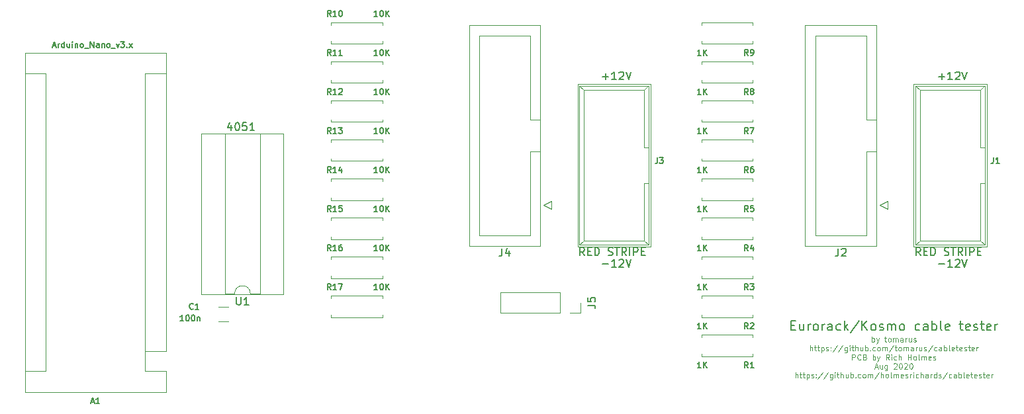
<source format=gbr>
%TF.GenerationSoftware,KiCad,Pcbnew,5.1.6-c6e7f7d~86~ubuntu18.04.1*%
%TF.CreationDate,2020-08-05T17:02:07-04:00*%
%TF.ProjectId,cabletester,6361626c-6574-4657-9374-65722e6b6963,rev?*%
%TF.SameCoordinates,Original*%
%TF.FileFunction,Legend,Top*%
%TF.FilePolarity,Positive*%
%FSLAX46Y46*%
G04 Gerber Fmt 4.6, Leading zero omitted, Abs format (unit mm)*
G04 Created by KiCad (PCBNEW 5.1.6-c6e7f7d~86~ubuntu18.04.1) date 2020-08-05 17:02:07*
%MOMM*%
%LPD*%
G01*
G04 APERTURE LIST*
%ADD10C,0.100000*%
%ADD11C,0.200000*%
%ADD12C,0.120000*%
%ADD13C,0.150000*%
G04 APERTURE END LIST*
D10*
X175700000Y-76516666D02*
X175700000Y-75816666D01*
X175700000Y-76083333D02*
X175766666Y-76050000D01*
X175900000Y-76050000D01*
X175966666Y-76083333D01*
X176000000Y-76116666D01*
X176033333Y-76183333D01*
X176033333Y-76383333D01*
X176000000Y-76450000D01*
X175966666Y-76483333D01*
X175900000Y-76516666D01*
X175766666Y-76516666D01*
X175700000Y-76483333D01*
X176266666Y-76050000D02*
X176433333Y-76516666D01*
X176600000Y-76050000D02*
X176433333Y-76516666D01*
X176366666Y-76683333D01*
X176333333Y-76716666D01*
X176266666Y-76750000D01*
X177300000Y-76050000D02*
X177566666Y-76050000D01*
X177400000Y-75816666D02*
X177400000Y-76416666D01*
X177433333Y-76483333D01*
X177500000Y-76516666D01*
X177566666Y-76516666D01*
X177900000Y-76516666D02*
X177833333Y-76483333D01*
X177800000Y-76450000D01*
X177766666Y-76383333D01*
X177766666Y-76183333D01*
X177800000Y-76116666D01*
X177833333Y-76083333D01*
X177900000Y-76050000D01*
X178000000Y-76050000D01*
X178066666Y-76083333D01*
X178100000Y-76116666D01*
X178133333Y-76183333D01*
X178133333Y-76383333D01*
X178100000Y-76450000D01*
X178066666Y-76483333D01*
X178000000Y-76516666D01*
X177900000Y-76516666D01*
X178433333Y-76516666D02*
X178433333Y-76050000D01*
X178433333Y-76116666D02*
X178466666Y-76083333D01*
X178533333Y-76050000D01*
X178633333Y-76050000D01*
X178700000Y-76083333D01*
X178733333Y-76150000D01*
X178733333Y-76516666D01*
X178733333Y-76150000D02*
X178766666Y-76083333D01*
X178833333Y-76050000D01*
X178933333Y-76050000D01*
X179000000Y-76083333D01*
X179033333Y-76150000D01*
X179033333Y-76516666D01*
X179666666Y-76516666D02*
X179666666Y-76150000D01*
X179633333Y-76083333D01*
X179566666Y-76050000D01*
X179433333Y-76050000D01*
X179366666Y-76083333D01*
X179666666Y-76483333D02*
X179600000Y-76516666D01*
X179433333Y-76516666D01*
X179366666Y-76483333D01*
X179333333Y-76416666D01*
X179333333Y-76350000D01*
X179366666Y-76283333D01*
X179433333Y-76250000D01*
X179600000Y-76250000D01*
X179666666Y-76216666D01*
X180000000Y-76516666D02*
X180000000Y-76050000D01*
X180000000Y-76183333D02*
X180033333Y-76116666D01*
X180066666Y-76083333D01*
X180133333Y-76050000D01*
X180200000Y-76050000D01*
X180733333Y-76050000D02*
X180733333Y-76516666D01*
X180433333Y-76050000D02*
X180433333Y-76416666D01*
X180466666Y-76483333D01*
X180533333Y-76516666D01*
X180633333Y-76516666D01*
X180700000Y-76483333D01*
X180733333Y-76450000D01*
X181033333Y-76483333D02*
X181100000Y-76516666D01*
X181233333Y-76516666D01*
X181300000Y-76483333D01*
X181333333Y-76416666D01*
X181333333Y-76383333D01*
X181300000Y-76316666D01*
X181233333Y-76283333D01*
X181133333Y-76283333D01*
X181066666Y-76250000D01*
X181033333Y-76183333D01*
X181033333Y-76150000D01*
X181066666Y-76083333D01*
X181133333Y-76050000D01*
X181233333Y-76050000D01*
X181300000Y-76083333D01*
X167799999Y-77666666D02*
X167799999Y-76966666D01*
X168099999Y-77666666D02*
X168099999Y-77300000D01*
X168066666Y-77233333D01*
X167999999Y-77200000D01*
X167899999Y-77200000D01*
X167833333Y-77233333D01*
X167799999Y-77266666D01*
X168333333Y-77200000D02*
X168599999Y-77200000D01*
X168433333Y-76966666D02*
X168433333Y-77566666D01*
X168466666Y-77633333D01*
X168533333Y-77666666D01*
X168599999Y-77666666D01*
X168733333Y-77200000D02*
X168999999Y-77200000D01*
X168833333Y-76966666D02*
X168833333Y-77566666D01*
X168866666Y-77633333D01*
X168933333Y-77666666D01*
X168999999Y-77666666D01*
X169233333Y-77200000D02*
X169233333Y-77900000D01*
X169233333Y-77233333D02*
X169299999Y-77200000D01*
X169433333Y-77200000D01*
X169499999Y-77233333D01*
X169533333Y-77266666D01*
X169566666Y-77333333D01*
X169566666Y-77533333D01*
X169533333Y-77600000D01*
X169499999Y-77633333D01*
X169433333Y-77666666D01*
X169299999Y-77666666D01*
X169233333Y-77633333D01*
X169833333Y-77633333D02*
X169899999Y-77666666D01*
X170033333Y-77666666D01*
X170099999Y-77633333D01*
X170133333Y-77566666D01*
X170133333Y-77533333D01*
X170099999Y-77466666D01*
X170033333Y-77433333D01*
X169933333Y-77433333D01*
X169866666Y-77400000D01*
X169833333Y-77333333D01*
X169833333Y-77300000D01*
X169866666Y-77233333D01*
X169933333Y-77200000D01*
X170033333Y-77200000D01*
X170099999Y-77233333D01*
X170433333Y-77600000D02*
X170466666Y-77633333D01*
X170433333Y-77666666D01*
X170399999Y-77633333D01*
X170433333Y-77600000D01*
X170433333Y-77666666D01*
X170433333Y-77233333D02*
X170466666Y-77266666D01*
X170433333Y-77300000D01*
X170399999Y-77266666D01*
X170433333Y-77233333D01*
X170433333Y-77300000D01*
X171266666Y-76933333D02*
X170666666Y-77833333D01*
X171999999Y-76933333D02*
X171399999Y-77833333D01*
X172533333Y-77200000D02*
X172533333Y-77766666D01*
X172499999Y-77833333D01*
X172466666Y-77866666D01*
X172399999Y-77900000D01*
X172299999Y-77900000D01*
X172233333Y-77866666D01*
X172533333Y-77633333D02*
X172466666Y-77666666D01*
X172333333Y-77666666D01*
X172266666Y-77633333D01*
X172233333Y-77600000D01*
X172199999Y-77533333D01*
X172199999Y-77333333D01*
X172233333Y-77266666D01*
X172266666Y-77233333D01*
X172333333Y-77200000D01*
X172466666Y-77200000D01*
X172533333Y-77233333D01*
X172866666Y-77666666D02*
X172866666Y-77200000D01*
X172866666Y-76966666D02*
X172833333Y-77000000D01*
X172866666Y-77033333D01*
X172899999Y-77000000D01*
X172866666Y-76966666D01*
X172866666Y-77033333D01*
X173099999Y-77200000D02*
X173366666Y-77200000D01*
X173199999Y-76966666D02*
X173199999Y-77566666D01*
X173233333Y-77633333D01*
X173299999Y-77666666D01*
X173366666Y-77666666D01*
X173599999Y-77666666D02*
X173599999Y-76966666D01*
X173899999Y-77666666D02*
X173899999Y-77300000D01*
X173866666Y-77233333D01*
X173799999Y-77200000D01*
X173699999Y-77200000D01*
X173633333Y-77233333D01*
X173599999Y-77266666D01*
X174533333Y-77200000D02*
X174533333Y-77666666D01*
X174233333Y-77200000D02*
X174233333Y-77566666D01*
X174266666Y-77633333D01*
X174333333Y-77666666D01*
X174433333Y-77666666D01*
X174499999Y-77633333D01*
X174533333Y-77600000D01*
X174866666Y-77666666D02*
X174866666Y-76966666D01*
X174866666Y-77233333D02*
X174933333Y-77200000D01*
X175066666Y-77200000D01*
X175133333Y-77233333D01*
X175166666Y-77266666D01*
X175199999Y-77333333D01*
X175199999Y-77533333D01*
X175166666Y-77600000D01*
X175133333Y-77633333D01*
X175066666Y-77666666D01*
X174933333Y-77666666D01*
X174866666Y-77633333D01*
X175499999Y-77600000D02*
X175533333Y-77633333D01*
X175499999Y-77666666D01*
X175466666Y-77633333D01*
X175499999Y-77600000D01*
X175499999Y-77666666D01*
X176133333Y-77633333D02*
X176066666Y-77666666D01*
X175933333Y-77666666D01*
X175866666Y-77633333D01*
X175833333Y-77600000D01*
X175799999Y-77533333D01*
X175799999Y-77333333D01*
X175833333Y-77266666D01*
X175866666Y-77233333D01*
X175933333Y-77200000D01*
X176066666Y-77200000D01*
X176133333Y-77233333D01*
X176533333Y-77666666D02*
X176466666Y-77633333D01*
X176433333Y-77600000D01*
X176399999Y-77533333D01*
X176399999Y-77333333D01*
X176433333Y-77266666D01*
X176466666Y-77233333D01*
X176533333Y-77200000D01*
X176633333Y-77200000D01*
X176699999Y-77233333D01*
X176733333Y-77266666D01*
X176766666Y-77333333D01*
X176766666Y-77533333D01*
X176733333Y-77600000D01*
X176699999Y-77633333D01*
X176633333Y-77666666D01*
X176533333Y-77666666D01*
X177066666Y-77666666D02*
X177066666Y-77200000D01*
X177066666Y-77266666D02*
X177099999Y-77233333D01*
X177166666Y-77200000D01*
X177266666Y-77200000D01*
X177333333Y-77233333D01*
X177366666Y-77300000D01*
X177366666Y-77666666D01*
X177366666Y-77300000D02*
X177399999Y-77233333D01*
X177466666Y-77200000D01*
X177566666Y-77200000D01*
X177633333Y-77233333D01*
X177666666Y-77300000D01*
X177666666Y-77666666D01*
X178499999Y-76933333D02*
X177899999Y-77833333D01*
X178633333Y-77200000D02*
X178899999Y-77200000D01*
X178733333Y-76966666D02*
X178733333Y-77566666D01*
X178766666Y-77633333D01*
X178833333Y-77666666D01*
X178899999Y-77666666D01*
X179233333Y-77666666D02*
X179166666Y-77633333D01*
X179133333Y-77600000D01*
X179099999Y-77533333D01*
X179099999Y-77333333D01*
X179133333Y-77266666D01*
X179166666Y-77233333D01*
X179233333Y-77200000D01*
X179333333Y-77200000D01*
X179399999Y-77233333D01*
X179433333Y-77266666D01*
X179466666Y-77333333D01*
X179466666Y-77533333D01*
X179433333Y-77600000D01*
X179399999Y-77633333D01*
X179333333Y-77666666D01*
X179233333Y-77666666D01*
X179766666Y-77666666D02*
X179766666Y-77200000D01*
X179766666Y-77266666D02*
X179799999Y-77233333D01*
X179866666Y-77200000D01*
X179966666Y-77200000D01*
X180033333Y-77233333D01*
X180066666Y-77300000D01*
X180066666Y-77666666D01*
X180066666Y-77300000D02*
X180099999Y-77233333D01*
X180166666Y-77200000D01*
X180266666Y-77200000D01*
X180333333Y-77233333D01*
X180366666Y-77300000D01*
X180366666Y-77666666D01*
X180999999Y-77666666D02*
X180999999Y-77300000D01*
X180966666Y-77233333D01*
X180899999Y-77200000D01*
X180766666Y-77200000D01*
X180699999Y-77233333D01*
X180999999Y-77633333D02*
X180933333Y-77666666D01*
X180766666Y-77666666D01*
X180699999Y-77633333D01*
X180666666Y-77566666D01*
X180666666Y-77500000D01*
X180699999Y-77433333D01*
X180766666Y-77400000D01*
X180933333Y-77400000D01*
X180999999Y-77366666D01*
X181333333Y-77666666D02*
X181333333Y-77200000D01*
X181333333Y-77333333D02*
X181366666Y-77266666D01*
X181399999Y-77233333D01*
X181466666Y-77200000D01*
X181533333Y-77200000D01*
X182066666Y-77200000D02*
X182066666Y-77666666D01*
X181766666Y-77200000D02*
X181766666Y-77566666D01*
X181799999Y-77633333D01*
X181866666Y-77666666D01*
X181966666Y-77666666D01*
X182033333Y-77633333D01*
X182066666Y-77600000D01*
X182366666Y-77633333D02*
X182433333Y-77666666D01*
X182566666Y-77666666D01*
X182633333Y-77633333D01*
X182666666Y-77566666D01*
X182666666Y-77533333D01*
X182633333Y-77466666D01*
X182566666Y-77433333D01*
X182466666Y-77433333D01*
X182399999Y-77400000D01*
X182366666Y-77333333D01*
X182366666Y-77300000D01*
X182399999Y-77233333D01*
X182466666Y-77200000D01*
X182566666Y-77200000D01*
X182633333Y-77233333D01*
X183466666Y-76933333D02*
X182866666Y-77833333D01*
X183999999Y-77633333D02*
X183933333Y-77666666D01*
X183799999Y-77666666D01*
X183733333Y-77633333D01*
X183699999Y-77600000D01*
X183666666Y-77533333D01*
X183666666Y-77333333D01*
X183699999Y-77266666D01*
X183733333Y-77233333D01*
X183799999Y-77200000D01*
X183933333Y-77200000D01*
X183999999Y-77233333D01*
X184600000Y-77666666D02*
X184600000Y-77300000D01*
X184566666Y-77233333D01*
X184500000Y-77200000D01*
X184366666Y-77200000D01*
X184299999Y-77233333D01*
X184600000Y-77633333D02*
X184533333Y-77666666D01*
X184366666Y-77666666D01*
X184299999Y-77633333D01*
X184266666Y-77566666D01*
X184266666Y-77500000D01*
X184299999Y-77433333D01*
X184366666Y-77400000D01*
X184533333Y-77400000D01*
X184600000Y-77366666D01*
X184933333Y-77666666D02*
X184933333Y-76966666D01*
X184933333Y-77233333D02*
X184999999Y-77200000D01*
X185133333Y-77200000D01*
X185199999Y-77233333D01*
X185233333Y-77266666D01*
X185266666Y-77333333D01*
X185266666Y-77533333D01*
X185233333Y-77600000D01*
X185199999Y-77633333D01*
X185133333Y-77666666D01*
X184999999Y-77666666D01*
X184933333Y-77633333D01*
X185666666Y-77666666D02*
X185599999Y-77633333D01*
X185566666Y-77566666D01*
X185566666Y-76966666D01*
X186199999Y-77633333D02*
X186133333Y-77666666D01*
X185999999Y-77666666D01*
X185933333Y-77633333D01*
X185899999Y-77566666D01*
X185899999Y-77300000D01*
X185933333Y-77233333D01*
X185999999Y-77200000D01*
X186133333Y-77200000D01*
X186199999Y-77233333D01*
X186233333Y-77300000D01*
X186233333Y-77366666D01*
X185899999Y-77433333D01*
X186433333Y-77200000D02*
X186699999Y-77200000D01*
X186533333Y-76966666D02*
X186533333Y-77566666D01*
X186566666Y-77633333D01*
X186633333Y-77666666D01*
X186699999Y-77666666D01*
X187199999Y-77633333D02*
X187133333Y-77666666D01*
X186999999Y-77666666D01*
X186933333Y-77633333D01*
X186899999Y-77566666D01*
X186899999Y-77300000D01*
X186933333Y-77233333D01*
X186999999Y-77200000D01*
X187133333Y-77200000D01*
X187199999Y-77233333D01*
X187233333Y-77300000D01*
X187233333Y-77366666D01*
X186899999Y-77433333D01*
X187499999Y-77633333D02*
X187566666Y-77666666D01*
X187699999Y-77666666D01*
X187766666Y-77633333D01*
X187799999Y-77566666D01*
X187799999Y-77533333D01*
X187766666Y-77466666D01*
X187699999Y-77433333D01*
X187599999Y-77433333D01*
X187533333Y-77400000D01*
X187499999Y-77333333D01*
X187499999Y-77300000D01*
X187533333Y-77233333D01*
X187599999Y-77200000D01*
X187699999Y-77200000D01*
X187766666Y-77233333D01*
X188000000Y-77200000D02*
X188266666Y-77200000D01*
X188100000Y-76966666D02*
X188100000Y-77566666D01*
X188133333Y-77633333D01*
X188200000Y-77666666D01*
X188266666Y-77666666D01*
X188766666Y-77633333D02*
X188700000Y-77666666D01*
X188566666Y-77666666D01*
X188500000Y-77633333D01*
X188466666Y-77566666D01*
X188466666Y-77300000D01*
X188500000Y-77233333D01*
X188566666Y-77200000D01*
X188700000Y-77200000D01*
X188766666Y-77233333D01*
X188800000Y-77300000D01*
X188800000Y-77366666D01*
X188466666Y-77433333D01*
X189100000Y-77666666D02*
X189100000Y-77200000D01*
X189100000Y-77333333D02*
X189133333Y-77266666D01*
X189166666Y-77233333D01*
X189233333Y-77200000D01*
X189300000Y-77200000D01*
X173183333Y-78816666D02*
X173183333Y-78116666D01*
X173450000Y-78116666D01*
X173516666Y-78150000D01*
X173550000Y-78183333D01*
X173583333Y-78250000D01*
X173583333Y-78350000D01*
X173550000Y-78416666D01*
X173516666Y-78450000D01*
X173450000Y-78483333D01*
X173183333Y-78483333D01*
X174283333Y-78750000D02*
X174250000Y-78783333D01*
X174150000Y-78816666D01*
X174083333Y-78816666D01*
X173983333Y-78783333D01*
X173916666Y-78716666D01*
X173883333Y-78650000D01*
X173850000Y-78516666D01*
X173850000Y-78416666D01*
X173883333Y-78283333D01*
X173916666Y-78216666D01*
X173983333Y-78150000D01*
X174083333Y-78116666D01*
X174150000Y-78116666D01*
X174250000Y-78150000D01*
X174283333Y-78183333D01*
X174816666Y-78450000D02*
X174916666Y-78483333D01*
X174950000Y-78516666D01*
X174983333Y-78583333D01*
X174983333Y-78683333D01*
X174950000Y-78750000D01*
X174916666Y-78783333D01*
X174850000Y-78816666D01*
X174583333Y-78816666D01*
X174583333Y-78116666D01*
X174816666Y-78116666D01*
X174883333Y-78150000D01*
X174916666Y-78183333D01*
X174950000Y-78250000D01*
X174950000Y-78316666D01*
X174916666Y-78383333D01*
X174883333Y-78416666D01*
X174816666Y-78450000D01*
X174583333Y-78450000D01*
X175816666Y-78816666D02*
X175816666Y-78116666D01*
X175816666Y-78383333D02*
X175883333Y-78350000D01*
X176016666Y-78350000D01*
X176083333Y-78383333D01*
X176116666Y-78416666D01*
X176150000Y-78483333D01*
X176150000Y-78683333D01*
X176116666Y-78750000D01*
X176083333Y-78783333D01*
X176016666Y-78816666D01*
X175883333Y-78816666D01*
X175816666Y-78783333D01*
X176383333Y-78350000D02*
X176550000Y-78816666D01*
X176716666Y-78350000D02*
X176550000Y-78816666D01*
X176483333Y-78983333D01*
X176450000Y-79016666D01*
X176383333Y-79050000D01*
X177916666Y-78816666D02*
X177683333Y-78483333D01*
X177516666Y-78816666D02*
X177516666Y-78116666D01*
X177783333Y-78116666D01*
X177850000Y-78150000D01*
X177883333Y-78183333D01*
X177916666Y-78250000D01*
X177916666Y-78350000D01*
X177883333Y-78416666D01*
X177850000Y-78450000D01*
X177783333Y-78483333D01*
X177516666Y-78483333D01*
X178216666Y-78816666D02*
X178216666Y-78350000D01*
X178216666Y-78116666D02*
X178183333Y-78150000D01*
X178216666Y-78183333D01*
X178250000Y-78150000D01*
X178216666Y-78116666D01*
X178216666Y-78183333D01*
X178850000Y-78783333D02*
X178783333Y-78816666D01*
X178650000Y-78816666D01*
X178583333Y-78783333D01*
X178550000Y-78750000D01*
X178516666Y-78683333D01*
X178516666Y-78483333D01*
X178550000Y-78416666D01*
X178583333Y-78383333D01*
X178650000Y-78350000D01*
X178783333Y-78350000D01*
X178850000Y-78383333D01*
X179150000Y-78816666D02*
X179150000Y-78116666D01*
X179450000Y-78816666D02*
X179450000Y-78450000D01*
X179416666Y-78383333D01*
X179350000Y-78350000D01*
X179250000Y-78350000D01*
X179183333Y-78383333D01*
X179150000Y-78416666D01*
X180316666Y-78816666D02*
X180316666Y-78116666D01*
X180316666Y-78450000D02*
X180716666Y-78450000D01*
X180716666Y-78816666D02*
X180716666Y-78116666D01*
X181150000Y-78816666D02*
X181083333Y-78783333D01*
X181050000Y-78750000D01*
X181016666Y-78683333D01*
X181016666Y-78483333D01*
X181050000Y-78416666D01*
X181083333Y-78383333D01*
X181150000Y-78350000D01*
X181250000Y-78350000D01*
X181316666Y-78383333D01*
X181350000Y-78416666D01*
X181383333Y-78483333D01*
X181383333Y-78683333D01*
X181350000Y-78750000D01*
X181316666Y-78783333D01*
X181250000Y-78816666D01*
X181150000Y-78816666D01*
X181783333Y-78816666D02*
X181716666Y-78783333D01*
X181683333Y-78716666D01*
X181683333Y-78116666D01*
X182050000Y-78816666D02*
X182050000Y-78350000D01*
X182050000Y-78416666D02*
X182083333Y-78383333D01*
X182150000Y-78350000D01*
X182250000Y-78350000D01*
X182316666Y-78383333D01*
X182350000Y-78450000D01*
X182350000Y-78816666D01*
X182350000Y-78450000D02*
X182383333Y-78383333D01*
X182450000Y-78350000D01*
X182550000Y-78350000D01*
X182616666Y-78383333D01*
X182650000Y-78450000D01*
X182650000Y-78816666D01*
X183250000Y-78783333D02*
X183183333Y-78816666D01*
X183050000Y-78816666D01*
X182983333Y-78783333D01*
X182950000Y-78716666D01*
X182950000Y-78450000D01*
X182983333Y-78383333D01*
X183050000Y-78350000D01*
X183183333Y-78350000D01*
X183250000Y-78383333D01*
X183283333Y-78450000D01*
X183283333Y-78516666D01*
X182950000Y-78583333D01*
X183550000Y-78783333D02*
X183616666Y-78816666D01*
X183750000Y-78816666D01*
X183816666Y-78783333D01*
X183850000Y-78716666D01*
X183850000Y-78683333D01*
X183816666Y-78616666D01*
X183750000Y-78583333D01*
X183650000Y-78583333D01*
X183583333Y-78550000D01*
X183550000Y-78483333D01*
X183550000Y-78450000D01*
X183583333Y-78383333D01*
X183650000Y-78350000D01*
X183750000Y-78350000D01*
X183816666Y-78383333D01*
X176100000Y-79766666D02*
X176433333Y-79766666D01*
X176033333Y-79966666D02*
X176266666Y-79266666D01*
X176500000Y-79966666D01*
X177033333Y-79500000D02*
X177033333Y-79966666D01*
X176733333Y-79500000D02*
X176733333Y-79866666D01*
X176766666Y-79933333D01*
X176833333Y-79966666D01*
X176933333Y-79966666D01*
X177000000Y-79933333D01*
X177033333Y-79900000D01*
X177666666Y-79500000D02*
X177666666Y-80066666D01*
X177633333Y-80133333D01*
X177600000Y-80166666D01*
X177533333Y-80200000D01*
X177433333Y-80200000D01*
X177366666Y-80166666D01*
X177666666Y-79933333D02*
X177600000Y-79966666D01*
X177466666Y-79966666D01*
X177400000Y-79933333D01*
X177366666Y-79900000D01*
X177333333Y-79833333D01*
X177333333Y-79633333D01*
X177366666Y-79566666D01*
X177400000Y-79533333D01*
X177466666Y-79500000D01*
X177600000Y-79500000D01*
X177666666Y-79533333D01*
X178500000Y-79333333D02*
X178533333Y-79300000D01*
X178600000Y-79266666D01*
X178766666Y-79266666D01*
X178833333Y-79300000D01*
X178866666Y-79333333D01*
X178900000Y-79400000D01*
X178900000Y-79466666D01*
X178866666Y-79566666D01*
X178466666Y-79966666D01*
X178900000Y-79966666D01*
X179333333Y-79266666D02*
X179400000Y-79266666D01*
X179466666Y-79300000D01*
X179500000Y-79333333D01*
X179533333Y-79400000D01*
X179566666Y-79533333D01*
X179566666Y-79700000D01*
X179533333Y-79833333D01*
X179500000Y-79900000D01*
X179466666Y-79933333D01*
X179400000Y-79966666D01*
X179333333Y-79966666D01*
X179266666Y-79933333D01*
X179233333Y-79900000D01*
X179200000Y-79833333D01*
X179166666Y-79700000D01*
X179166666Y-79533333D01*
X179200000Y-79400000D01*
X179233333Y-79333333D01*
X179266666Y-79300000D01*
X179333333Y-79266666D01*
X179833333Y-79333333D02*
X179866666Y-79300000D01*
X179933333Y-79266666D01*
X180100000Y-79266666D01*
X180166666Y-79300000D01*
X180200000Y-79333333D01*
X180233333Y-79400000D01*
X180233333Y-79466666D01*
X180200000Y-79566666D01*
X179800000Y-79966666D01*
X180233333Y-79966666D01*
X180666666Y-79266666D02*
X180733333Y-79266666D01*
X180800000Y-79300000D01*
X180833333Y-79333333D01*
X180866666Y-79400000D01*
X180900000Y-79533333D01*
X180900000Y-79700000D01*
X180866666Y-79833333D01*
X180833333Y-79900000D01*
X180800000Y-79933333D01*
X180733333Y-79966666D01*
X180666666Y-79966666D01*
X180600000Y-79933333D01*
X180566666Y-79900000D01*
X180533333Y-79833333D01*
X180500000Y-79700000D01*
X180500000Y-79533333D01*
X180533333Y-79400000D01*
X180566666Y-79333333D01*
X180600000Y-79300000D01*
X180666666Y-79266666D01*
X165916666Y-81116666D02*
X165916666Y-80416666D01*
X166216666Y-81116666D02*
X166216666Y-80750000D01*
X166183333Y-80683333D01*
X166116666Y-80650000D01*
X166016666Y-80650000D01*
X165950000Y-80683333D01*
X165916666Y-80716666D01*
X166450000Y-80650000D02*
X166716666Y-80650000D01*
X166550000Y-80416666D02*
X166550000Y-81016666D01*
X166583333Y-81083333D01*
X166650000Y-81116666D01*
X166716666Y-81116666D01*
X166850000Y-80650000D02*
X167116666Y-80650000D01*
X166950000Y-80416666D02*
X166950000Y-81016666D01*
X166983333Y-81083333D01*
X167050000Y-81116666D01*
X167116666Y-81116666D01*
X167350000Y-80650000D02*
X167350000Y-81350000D01*
X167350000Y-80683333D02*
X167416666Y-80650000D01*
X167550000Y-80650000D01*
X167616666Y-80683333D01*
X167650000Y-80716666D01*
X167683333Y-80783333D01*
X167683333Y-80983333D01*
X167650000Y-81050000D01*
X167616666Y-81083333D01*
X167550000Y-81116666D01*
X167416666Y-81116666D01*
X167350000Y-81083333D01*
X167950000Y-81083333D02*
X168016666Y-81116666D01*
X168150000Y-81116666D01*
X168216666Y-81083333D01*
X168250000Y-81016666D01*
X168250000Y-80983333D01*
X168216666Y-80916666D01*
X168150000Y-80883333D01*
X168050000Y-80883333D01*
X167983333Y-80850000D01*
X167950000Y-80783333D01*
X167950000Y-80750000D01*
X167983333Y-80683333D01*
X168050000Y-80650000D01*
X168150000Y-80650000D01*
X168216666Y-80683333D01*
X168550000Y-81050000D02*
X168583333Y-81083333D01*
X168550000Y-81116666D01*
X168516666Y-81083333D01*
X168550000Y-81050000D01*
X168550000Y-81116666D01*
X168550000Y-80683333D02*
X168583333Y-80716666D01*
X168550000Y-80750000D01*
X168516666Y-80716666D01*
X168550000Y-80683333D01*
X168550000Y-80750000D01*
X169383333Y-80383333D02*
X168783333Y-81283333D01*
X170116666Y-80383333D02*
X169516666Y-81283333D01*
X170650000Y-80650000D02*
X170650000Y-81216666D01*
X170616666Y-81283333D01*
X170583333Y-81316666D01*
X170516666Y-81350000D01*
X170416666Y-81350000D01*
X170350000Y-81316666D01*
X170650000Y-81083333D02*
X170583333Y-81116666D01*
X170450000Y-81116666D01*
X170383333Y-81083333D01*
X170350000Y-81050000D01*
X170316666Y-80983333D01*
X170316666Y-80783333D01*
X170350000Y-80716666D01*
X170383333Y-80683333D01*
X170450000Y-80650000D01*
X170583333Y-80650000D01*
X170650000Y-80683333D01*
X170983333Y-81116666D02*
X170983333Y-80650000D01*
X170983333Y-80416666D02*
X170950000Y-80450000D01*
X170983333Y-80483333D01*
X171016666Y-80450000D01*
X170983333Y-80416666D01*
X170983333Y-80483333D01*
X171216666Y-80650000D02*
X171483333Y-80650000D01*
X171316666Y-80416666D02*
X171316666Y-81016666D01*
X171350000Y-81083333D01*
X171416666Y-81116666D01*
X171483333Y-81116666D01*
X171716666Y-81116666D02*
X171716666Y-80416666D01*
X172016666Y-81116666D02*
X172016666Y-80750000D01*
X171983333Y-80683333D01*
X171916666Y-80650000D01*
X171816666Y-80650000D01*
X171750000Y-80683333D01*
X171716666Y-80716666D01*
X172650000Y-80650000D02*
X172650000Y-81116666D01*
X172350000Y-80650000D02*
X172350000Y-81016666D01*
X172383333Y-81083333D01*
X172450000Y-81116666D01*
X172550000Y-81116666D01*
X172616666Y-81083333D01*
X172650000Y-81050000D01*
X172983333Y-81116666D02*
X172983333Y-80416666D01*
X172983333Y-80683333D02*
X173050000Y-80650000D01*
X173183333Y-80650000D01*
X173250000Y-80683333D01*
X173283333Y-80716666D01*
X173316666Y-80783333D01*
X173316666Y-80983333D01*
X173283333Y-81050000D01*
X173250000Y-81083333D01*
X173183333Y-81116666D01*
X173050000Y-81116666D01*
X172983333Y-81083333D01*
X173616666Y-81050000D02*
X173650000Y-81083333D01*
X173616666Y-81116666D01*
X173583333Y-81083333D01*
X173616666Y-81050000D01*
X173616666Y-81116666D01*
X174250000Y-81083333D02*
X174183333Y-81116666D01*
X174050000Y-81116666D01*
X173983333Y-81083333D01*
X173950000Y-81050000D01*
X173916666Y-80983333D01*
X173916666Y-80783333D01*
X173950000Y-80716666D01*
X173983333Y-80683333D01*
X174050000Y-80650000D01*
X174183333Y-80650000D01*
X174250000Y-80683333D01*
X174650000Y-81116666D02*
X174583333Y-81083333D01*
X174550000Y-81050000D01*
X174516666Y-80983333D01*
X174516666Y-80783333D01*
X174550000Y-80716666D01*
X174583333Y-80683333D01*
X174650000Y-80650000D01*
X174750000Y-80650000D01*
X174816666Y-80683333D01*
X174850000Y-80716666D01*
X174883333Y-80783333D01*
X174883333Y-80983333D01*
X174850000Y-81050000D01*
X174816666Y-81083333D01*
X174750000Y-81116666D01*
X174650000Y-81116666D01*
X175183333Y-81116666D02*
X175183333Y-80650000D01*
X175183333Y-80716666D02*
X175216666Y-80683333D01*
X175283333Y-80650000D01*
X175383333Y-80650000D01*
X175450000Y-80683333D01*
X175483333Y-80750000D01*
X175483333Y-81116666D01*
X175483333Y-80750000D02*
X175516666Y-80683333D01*
X175583333Y-80650000D01*
X175683333Y-80650000D01*
X175750000Y-80683333D01*
X175783333Y-80750000D01*
X175783333Y-81116666D01*
X176616666Y-80383333D02*
X176016666Y-81283333D01*
X176850000Y-81116666D02*
X176850000Y-80416666D01*
X177150000Y-81116666D02*
X177150000Y-80750000D01*
X177116666Y-80683333D01*
X177050000Y-80650000D01*
X176950000Y-80650000D01*
X176883333Y-80683333D01*
X176850000Y-80716666D01*
X177583333Y-81116666D02*
X177516666Y-81083333D01*
X177483333Y-81050000D01*
X177450000Y-80983333D01*
X177450000Y-80783333D01*
X177483333Y-80716666D01*
X177516666Y-80683333D01*
X177583333Y-80650000D01*
X177683333Y-80650000D01*
X177750000Y-80683333D01*
X177783333Y-80716666D01*
X177816666Y-80783333D01*
X177816666Y-80983333D01*
X177783333Y-81050000D01*
X177750000Y-81083333D01*
X177683333Y-81116666D01*
X177583333Y-81116666D01*
X178216666Y-81116666D02*
X178150000Y-81083333D01*
X178116666Y-81016666D01*
X178116666Y-80416666D01*
X178483333Y-81116666D02*
X178483333Y-80650000D01*
X178483333Y-80716666D02*
X178516666Y-80683333D01*
X178583333Y-80650000D01*
X178683333Y-80650000D01*
X178750000Y-80683333D01*
X178783333Y-80750000D01*
X178783333Y-81116666D01*
X178783333Y-80750000D02*
X178816666Y-80683333D01*
X178883333Y-80650000D01*
X178983333Y-80650000D01*
X179050000Y-80683333D01*
X179083333Y-80750000D01*
X179083333Y-81116666D01*
X179683333Y-81083333D02*
X179616666Y-81116666D01*
X179483333Y-81116666D01*
X179416666Y-81083333D01*
X179383333Y-81016666D01*
X179383333Y-80750000D01*
X179416666Y-80683333D01*
X179483333Y-80650000D01*
X179616666Y-80650000D01*
X179683333Y-80683333D01*
X179716666Y-80750000D01*
X179716666Y-80816666D01*
X179383333Y-80883333D01*
X179983333Y-81083333D02*
X180050000Y-81116666D01*
X180183333Y-81116666D01*
X180250000Y-81083333D01*
X180283333Y-81016666D01*
X180283333Y-80983333D01*
X180250000Y-80916666D01*
X180183333Y-80883333D01*
X180083333Y-80883333D01*
X180016666Y-80850000D01*
X179983333Y-80783333D01*
X179983333Y-80750000D01*
X180016666Y-80683333D01*
X180083333Y-80650000D01*
X180183333Y-80650000D01*
X180250000Y-80683333D01*
X180583333Y-81116666D02*
X180583333Y-80650000D01*
X180583333Y-80783333D02*
X180616666Y-80716666D01*
X180650000Y-80683333D01*
X180716666Y-80650000D01*
X180783333Y-80650000D01*
X181016666Y-81116666D02*
X181016666Y-80650000D01*
X181016666Y-80416666D02*
X180983333Y-80450000D01*
X181016666Y-80483333D01*
X181050000Y-80450000D01*
X181016666Y-80416666D01*
X181016666Y-80483333D01*
X181650000Y-81083333D02*
X181583333Y-81116666D01*
X181450000Y-81116666D01*
X181383333Y-81083333D01*
X181350000Y-81050000D01*
X181316666Y-80983333D01*
X181316666Y-80783333D01*
X181350000Y-80716666D01*
X181383333Y-80683333D01*
X181450000Y-80650000D01*
X181583333Y-80650000D01*
X181650000Y-80683333D01*
X181950000Y-81116666D02*
X181950000Y-80416666D01*
X182250000Y-81116666D02*
X182250000Y-80750000D01*
X182216666Y-80683333D01*
X182150000Y-80650000D01*
X182050000Y-80650000D01*
X181983333Y-80683333D01*
X181950000Y-80716666D01*
X182883333Y-81116666D02*
X182883333Y-80750000D01*
X182850000Y-80683333D01*
X182783333Y-80650000D01*
X182650000Y-80650000D01*
X182583333Y-80683333D01*
X182883333Y-81083333D02*
X182816666Y-81116666D01*
X182650000Y-81116666D01*
X182583333Y-81083333D01*
X182550000Y-81016666D01*
X182550000Y-80950000D01*
X182583333Y-80883333D01*
X182650000Y-80850000D01*
X182816666Y-80850000D01*
X182883333Y-80816666D01*
X183216666Y-81116666D02*
X183216666Y-80650000D01*
X183216666Y-80783333D02*
X183250000Y-80716666D01*
X183283333Y-80683333D01*
X183350000Y-80650000D01*
X183416666Y-80650000D01*
X183950000Y-81116666D02*
X183950000Y-80416666D01*
X183950000Y-81083333D02*
X183883333Y-81116666D01*
X183750000Y-81116666D01*
X183683333Y-81083333D01*
X183650000Y-81050000D01*
X183616666Y-80983333D01*
X183616666Y-80783333D01*
X183650000Y-80716666D01*
X183683333Y-80683333D01*
X183750000Y-80650000D01*
X183883333Y-80650000D01*
X183950000Y-80683333D01*
X184250000Y-81083333D02*
X184316666Y-81116666D01*
X184450000Y-81116666D01*
X184516666Y-81083333D01*
X184550000Y-81016666D01*
X184550000Y-80983333D01*
X184516666Y-80916666D01*
X184450000Y-80883333D01*
X184350000Y-80883333D01*
X184283333Y-80850000D01*
X184250000Y-80783333D01*
X184250000Y-80750000D01*
X184283333Y-80683333D01*
X184350000Y-80650000D01*
X184450000Y-80650000D01*
X184516666Y-80683333D01*
X185350000Y-80383333D02*
X184750000Y-81283333D01*
X185883333Y-81083333D02*
X185816666Y-81116666D01*
X185683333Y-81116666D01*
X185616666Y-81083333D01*
X185583333Y-81050000D01*
X185550000Y-80983333D01*
X185550000Y-80783333D01*
X185583333Y-80716666D01*
X185616666Y-80683333D01*
X185683333Y-80650000D01*
X185816666Y-80650000D01*
X185883333Y-80683333D01*
X186483333Y-81116666D02*
X186483333Y-80750000D01*
X186450000Y-80683333D01*
X186383333Y-80650000D01*
X186250000Y-80650000D01*
X186183333Y-80683333D01*
X186483333Y-81083333D02*
X186416666Y-81116666D01*
X186250000Y-81116666D01*
X186183333Y-81083333D01*
X186150000Y-81016666D01*
X186150000Y-80950000D01*
X186183333Y-80883333D01*
X186250000Y-80850000D01*
X186416666Y-80850000D01*
X186483333Y-80816666D01*
X186816666Y-81116666D02*
X186816666Y-80416666D01*
X186816666Y-80683333D02*
X186883333Y-80650000D01*
X187016666Y-80650000D01*
X187083333Y-80683333D01*
X187116666Y-80716666D01*
X187150000Y-80783333D01*
X187150000Y-80983333D01*
X187116666Y-81050000D01*
X187083333Y-81083333D01*
X187016666Y-81116666D01*
X186883333Y-81116666D01*
X186816666Y-81083333D01*
X187550000Y-81116666D02*
X187483333Y-81083333D01*
X187450000Y-81016666D01*
X187450000Y-80416666D01*
X188083333Y-81083333D02*
X188016666Y-81116666D01*
X187883333Y-81116666D01*
X187816666Y-81083333D01*
X187783333Y-81016666D01*
X187783333Y-80750000D01*
X187816666Y-80683333D01*
X187883333Y-80650000D01*
X188016666Y-80650000D01*
X188083333Y-80683333D01*
X188116666Y-80750000D01*
X188116666Y-80816666D01*
X187783333Y-80883333D01*
X188316666Y-80650000D02*
X188583333Y-80650000D01*
X188416666Y-80416666D02*
X188416666Y-81016666D01*
X188450000Y-81083333D01*
X188516666Y-81116666D01*
X188583333Y-81116666D01*
X189083333Y-81083333D02*
X189016666Y-81116666D01*
X188883333Y-81116666D01*
X188816666Y-81083333D01*
X188783333Y-81016666D01*
X188783333Y-80750000D01*
X188816666Y-80683333D01*
X188883333Y-80650000D01*
X189016666Y-80650000D01*
X189083333Y-80683333D01*
X189116666Y-80750000D01*
X189116666Y-80816666D01*
X188783333Y-80883333D01*
X189383333Y-81083333D02*
X189450000Y-81116666D01*
X189583333Y-81116666D01*
X189650000Y-81083333D01*
X189683333Y-81016666D01*
X189683333Y-80983333D01*
X189650000Y-80916666D01*
X189583333Y-80883333D01*
X189483333Y-80883333D01*
X189416666Y-80850000D01*
X189383333Y-80783333D01*
X189383333Y-80750000D01*
X189416666Y-80683333D01*
X189483333Y-80650000D01*
X189583333Y-80650000D01*
X189650000Y-80683333D01*
X189883333Y-80650000D02*
X190150000Y-80650000D01*
X189983333Y-80416666D02*
X189983333Y-81016666D01*
X190016666Y-81083333D01*
X190083333Y-81116666D01*
X190150000Y-81116666D01*
X190650000Y-81083333D02*
X190583333Y-81116666D01*
X190450000Y-81116666D01*
X190383333Y-81083333D01*
X190350000Y-81016666D01*
X190350000Y-80750000D01*
X190383333Y-80683333D01*
X190450000Y-80650000D01*
X190583333Y-80650000D01*
X190650000Y-80683333D01*
X190683333Y-80750000D01*
X190683333Y-80816666D01*
X190350000Y-80883333D01*
X190983333Y-81116666D02*
X190983333Y-80650000D01*
X190983333Y-80783333D02*
X191016666Y-80716666D01*
X191050000Y-80683333D01*
X191116666Y-80650000D01*
X191183333Y-80650000D01*
D11*
X165357142Y-74414285D02*
X165757142Y-74414285D01*
X165928571Y-75042857D02*
X165357142Y-75042857D01*
X165357142Y-73842857D01*
X165928571Y-73842857D01*
X166957142Y-74242857D02*
X166957142Y-75042857D01*
X166442857Y-74242857D02*
X166442857Y-74871428D01*
X166500000Y-74985714D01*
X166614285Y-75042857D01*
X166785714Y-75042857D01*
X166900000Y-74985714D01*
X166957142Y-74928571D01*
X167528571Y-75042857D02*
X167528571Y-74242857D01*
X167528571Y-74471428D02*
X167585714Y-74357142D01*
X167642857Y-74300000D01*
X167757142Y-74242857D01*
X167871428Y-74242857D01*
X168442857Y-75042857D02*
X168328571Y-74985714D01*
X168271428Y-74928571D01*
X168214285Y-74814285D01*
X168214285Y-74471428D01*
X168271428Y-74357142D01*
X168328571Y-74300000D01*
X168442857Y-74242857D01*
X168614285Y-74242857D01*
X168728571Y-74300000D01*
X168785714Y-74357142D01*
X168842857Y-74471428D01*
X168842857Y-74814285D01*
X168785714Y-74928571D01*
X168728571Y-74985714D01*
X168614285Y-75042857D01*
X168442857Y-75042857D01*
X169357142Y-75042857D02*
X169357142Y-74242857D01*
X169357142Y-74471428D02*
X169414285Y-74357142D01*
X169471428Y-74300000D01*
X169585714Y-74242857D01*
X169700000Y-74242857D01*
X170614285Y-75042857D02*
X170614285Y-74414285D01*
X170557142Y-74300000D01*
X170442857Y-74242857D01*
X170214285Y-74242857D01*
X170100000Y-74300000D01*
X170614285Y-74985714D02*
X170500000Y-75042857D01*
X170214285Y-75042857D01*
X170100000Y-74985714D01*
X170042857Y-74871428D01*
X170042857Y-74757142D01*
X170100000Y-74642857D01*
X170214285Y-74585714D01*
X170500000Y-74585714D01*
X170614285Y-74528571D01*
X171700000Y-74985714D02*
X171585714Y-75042857D01*
X171357142Y-75042857D01*
X171242857Y-74985714D01*
X171185714Y-74928571D01*
X171128571Y-74814285D01*
X171128571Y-74471428D01*
X171185714Y-74357142D01*
X171242857Y-74300000D01*
X171357142Y-74242857D01*
X171585714Y-74242857D01*
X171700000Y-74300000D01*
X172214285Y-75042857D02*
X172214285Y-73842857D01*
X172328571Y-74585714D02*
X172671428Y-75042857D01*
X172671428Y-74242857D02*
X172214285Y-74700000D01*
X174042857Y-73785714D02*
X173014285Y-75328571D01*
X174442857Y-75042857D02*
X174442857Y-73842857D01*
X175128571Y-75042857D02*
X174614285Y-74357142D01*
X175128571Y-73842857D02*
X174442857Y-74528571D01*
X175814285Y-75042857D02*
X175700000Y-74985714D01*
X175642857Y-74928571D01*
X175585714Y-74814285D01*
X175585714Y-74471428D01*
X175642857Y-74357142D01*
X175700000Y-74300000D01*
X175814285Y-74242857D01*
X175985714Y-74242857D01*
X176100000Y-74300000D01*
X176157142Y-74357142D01*
X176214285Y-74471428D01*
X176214285Y-74814285D01*
X176157142Y-74928571D01*
X176100000Y-74985714D01*
X175985714Y-75042857D01*
X175814285Y-75042857D01*
X176671428Y-74985714D02*
X176785714Y-75042857D01*
X177014285Y-75042857D01*
X177128571Y-74985714D01*
X177185714Y-74871428D01*
X177185714Y-74814285D01*
X177128571Y-74700000D01*
X177014285Y-74642857D01*
X176842857Y-74642857D01*
X176728571Y-74585714D01*
X176671428Y-74471428D01*
X176671428Y-74414285D01*
X176728571Y-74300000D01*
X176842857Y-74242857D01*
X177014285Y-74242857D01*
X177128571Y-74300000D01*
X177700000Y-75042857D02*
X177700000Y-74242857D01*
X177700000Y-74357142D02*
X177757142Y-74300000D01*
X177871428Y-74242857D01*
X178042857Y-74242857D01*
X178157142Y-74300000D01*
X178214285Y-74414285D01*
X178214285Y-75042857D01*
X178214285Y-74414285D02*
X178271428Y-74300000D01*
X178385714Y-74242857D01*
X178557142Y-74242857D01*
X178671428Y-74300000D01*
X178728571Y-74414285D01*
X178728571Y-75042857D01*
X179471428Y-75042857D02*
X179357142Y-74985714D01*
X179300000Y-74928571D01*
X179242857Y-74814285D01*
X179242857Y-74471428D01*
X179300000Y-74357142D01*
X179357142Y-74300000D01*
X179471428Y-74242857D01*
X179642857Y-74242857D01*
X179757142Y-74300000D01*
X179814285Y-74357142D01*
X179871428Y-74471428D01*
X179871428Y-74814285D01*
X179814285Y-74928571D01*
X179757142Y-74985714D01*
X179642857Y-75042857D01*
X179471428Y-75042857D01*
X181814285Y-74985714D02*
X181700000Y-75042857D01*
X181471428Y-75042857D01*
X181357142Y-74985714D01*
X181300000Y-74928571D01*
X181242857Y-74814285D01*
X181242857Y-74471428D01*
X181300000Y-74357142D01*
X181357142Y-74300000D01*
X181471428Y-74242857D01*
X181700000Y-74242857D01*
X181814285Y-74300000D01*
X182842857Y-75042857D02*
X182842857Y-74414285D01*
X182785714Y-74300000D01*
X182671428Y-74242857D01*
X182442857Y-74242857D01*
X182328571Y-74300000D01*
X182842857Y-74985714D02*
X182728571Y-75042857D01*
X182442857Y-75042857D01*
X182328571Y-74985714D01*
X182271428Y-74871428D01*
X182271428Y-74757142D01*
X182328571Y-74642857D01*
X182442857Y-74585714D01*
X182728571Y-74585714D01*
X182842857Y-74528571D01*
X183414285Y-75042857D02*
X183414285Y-73842857D01*
X183414285Y-74300000D02*
X183528571Y-74242857D01*
X183757142Y-74242857D01*
X183871428Y-74300000D01*
X183928571Y-74357142D01*
X183985714Y-74471428D01*
X183985714Y-74814285D01*
X183928571Y-74928571D01*
X183871428Y-74985714D01*
X183757142Y-75042857D01*
X183528571Y-75042857D01*
X183414285Y-74985714D01*
X184671428Y-75042857D02*
X184557142Y-74985714D01*
X184500000Y-74871428D01*
X184500000Y-73842857D01*
X185585714Y-74985714D02*
X185471428Y-75042857D01*
X185242857Y-75042857D01*
X185128571Y-74985714D01*
X185071428Y-74871428D01*
X185071428Y-74414285D01*
X185128571Y-74300000D01*
X185242857Y-74242857D01*
X185471428Y-74242857D01*
X185585714Y-74300000D01*
X185642857Y-74414285D01*
X185642857Y-74528571D01*
X185071428Y-74642857D01*
X186900000Y-74242857D02*
X187357142Y-74242857D01*
X187071428Y-73842857D02*
X187071428Y-74871428D01*
X187128571Y-74985714D01*
X187242857Y-75042857D01*
X187357142Y-75042857D01*
X188214285Y-74985714D02*
X188100000Y-75042857D01*
X187871428Y-75042857D01*
X187757142Y-74985714D01*
X187700000Y-74871428D01*
X187700000Y-74414285D01*
X187757142Y-74300000D01*
X187871428Y-74242857D01*
X188100000Y-74242857D01*
X188214285Y-74300000D01*
X188271428Y-74414285D01*
X188271428Y-74528571D01*
X187700000Y-74642857D01*
X188728571Y-74985714D02*
X188842857Y-75042857D01*
X189071428Y-75042857D01*
X189185714Y-74985714D01*
X189242857Y-74871428D01*
X189242857Y-74814285D01*
X189185714Y-74700000D01*
X189071428Y-74642857D01*
X188900000Y-74642857D01*
X188785714Y-74585714D01*
X188728571Y-74471428D01*
X188728571Y-74414285D01*
X188785714Y-74300000D01*
X188900000Y-74242857D01*
X189071428Y-74242857D01*
X189185714Y-74300000D01*
X189585714Y-74242857D02*
X190042857Y-74242857D01*
X189757142Y-73842857D02*
X189757142Y-74871428D01*
X189814285Y-74985714D01*
X189928571Y-75042857D01*
X190042857Y-75042857D01*
X190900000Y-74985714D02*
X190785714Y-75042857D01*
X190557142Y-75042857D01*
X190442857Y-74985714D01*
X190385714Y-74871428D01*
X190385714Y-74414285D01*
X190442857Y-74300000D01*
X190557142Y-74242857D01*
X190785714Y-74242857D01*
X190900000Y-74300000D01*
X190957142Y-74414285D01*
X190957142Y-74528571D01*
X190385714Y-74642857D01*
X191471428Y-75042857D02*
X191471428Y-74242857D01*
X191471428Y-74471428D02*
X191528571Y-74357142D01*
X191585714Y-74300000D01*
X191700000Y-74242857D01*
X191814285Y-74242857D01*
D12*
%TO.C,U1*%
X89940000Y-70390000D02*
X100440000Y-70390000D01*
X89940000Y-49830000D02*
X89940000Y-70390000D01*
X100440000Y-49830000D02*
X89940000Y-49830000D01*
X100440000Y-70390000D02*
X100440000Y-49830000D01*
X92940000Y-70330000D02*
X94190000Y-70330000D01*
X92940000Y-49890000D02*
X92940000Y-70330000D01*
X97440000Y-49890000D02*
X92940000Y-49890000D01*
X97440000Y-70330000D02*
X97440000Y-49890000D01*
X96190000Y-70330000D02*
X97440000Y-70330000D01*
X94190000Y-70330000D02*
G75*
G02*
X96190000Y-70330000I1000000J0D01*
G01*
%TO.C,R17*%
X113080000Y-73370000D02*
X113080000Y-73040000D01*
X106540000Y-73370000D02*
X113080000Y-73370000D01*
X106540000Y-73040000D02*
X106540000Y-73370000D01*
X113080000Y-70630000D02*
X113080000Y-70960000D01*
X106540000Y-70630000D02*
X113080000Y-70630000D01*
X106540000Y-70960000D02*
X106540000Y-70630000D01*
%TO.C,R16*%
X113080000Y-68370000D02*
X113080000Y-68040000D01*
X106540000Y-68370000D02*
X113080000Y-68370000D01*
X106540000Y-68040000D02*
X106540000Y-68370000D01*
X113080000Y-65630000D02*
X113080000Y-65960000D01*
X106540000Y-65630000D02*
X113080000Y-65630000D01*
X106540000Y-65960000D02*
X106540000Y-65630000D01*
%TO.C,R15*%
X113080000Y-63370000D02*
X113080000Y-63040000D01*
X106540000Y-63370000D02*
X113080000Y-63370000D01*
X106540000Y-63040000D02*
X106540000Y-63370000D01*
X113080000Y-60630000D02*
X113080000Y-60960000D01*
X106540000Y-60630000D02*
X113080000Y-60630000D01*
X106540000Y-60960000D02*
X106540000Y-60630000D01*
%TO.C,R14*%
X113080000Y-58370000D02*
X113080000Y-58040000D01*
X106540000Y-58370000D02*
X113080000Y-58370000D01*
X106540000Y-58040000D02*
X106540000Y-58370000D01*
X113080000Y-55630000D02*
X113080000Y-55960000D01*
X106540000Y-55630000D02*
X113080000Y-55630000D01*
X106540000Y-55960000D02*
X106540000Y-55630000D01*
%TO.C,R13*%
X113080000Y-53370000D02*
X113080000Y-53040000D01*
X106540000Y-53370000D02*
X113080000Y-53370000D01*
X106540000Y-53040000D02*
X106540000Y-53370000D01*
X113080000Y-50630000D02*
X113080000Y-50960000D01*
X106540000Y-50630000D02*
X113080000Y-50630000D01*
X106540000Y-50960000D02*
X106540000Y-50630000D01*
%TO.C,R12*%
X113080000Y-48370000D02*
X113080000Y-48040000D01*
X106540000Y-48370000D02*
X113080000Y-48370000D01*
X106540000Y-48040000D02*
X106540000Y-48370000D01*
X113080000Y-45630000D02*
X113080000Y-45960000D01*
X106540000Y-45630000D02*
X113080000Y-45630000D01*
X106540000Y-45960000D02*
X106540000Y-45630000D01*
%TO.C,R11*%
X113080000Y-43370000D02*
X113080000Y-43040000D01*
X106540000Y-43370000D02*
X113080000Y-43370000D01*
X106540000Y-43040000D02*
X106540000Y-43370000D01*
X113080000Y-40630000D02*
X113080000Y-40960000D01*
X106540000Y-40630000D02*
X113080000Y-40630000D01*
X106540000Y-40960000D02*
X106540000Y-40630000D01*
%TO.C,R10*%
X113080000Y-38370000D02*
X113080000Y-38040000D01*
X106540000Y-38370000D02*
X113080000Y-38370000D01*
X106540000Y-38040000D02*
X106540000Y-38370000D01*
X113080000Y-35630000D02*
X113080000Y-35960000D01*
X106540000Y-35630000D02*
X113080000Y-35630000D01*
X106540000Y-35960000D02*
X106540000Y-35630000D01*
%TO.C,R9*%
X153920000Y-35630000D02*
X153920000Y-35960000D01*
X160460000Y-35630000D02*
X153920000Y-35630000D01*
X160460000Y-35960000D02*
X160460000Y-35630000D01*
X153920000Y-38370000D02*
X153920000Y-38040000D01*
X160460000Y-38370000D02*
X153920000Y-38370000D01*
X160460000Y-38040000D02*
X160460000Y-38370000D01*
%TO.C,R8*%
X153920000Y-40630000D02*
X153920000Y-40960000D01*
X160460000Y-40630000D02*
X153920000Y-40630000D01*
X160460000Y-40960000D02*
X160460000Y-40630000D01*
X153920000Y-43370000D02*
X153920000Y-43040000D01*
X160460000Y-43370000D02*
X153920000Y-43370000D01*
X160460000Y-43040000D02*
X160460000Y-43370000D01*
%TO.C,R7*%
X153920000Y-45630000D02*
X153920000Y-45960000D01*
X160460000Y-45630000D02*
X153920000Y-45630000D01*
X160460000Y-45960000D02*
X160460000Y-45630000D01*
X153920000Y-48370000D02*
X153920000Y-48040000D01*
X160460000Y-48370000D02*
X153920000Y-48370000D01*
X160460000Y-48040000D02*
X160460000Y-48370000D01*
%TO.C,R6*%
X153920000Y-50630000D02*
X153920000Y-50960000D01*
X160460000Y-50630000D02*
X153920000Y-50630000D01*
X160460000Y-50960000D02*
X160460000Y-50630000D01*
X153920000Y-53370000D02*
X153920000Y-53040000D01*
X160460000Y-53370000D02*
X153920000Y-53370000D01*
X160460000Y-53040000D02*
X160460000Y-53370000D01*
%TO.C,R5*%
X153920000Y-55630000D02*
X153920000Y-55960000D01*
X160460000Y-55630000D02*
X153920000Y-55630000D01*
X160460000Y-55960000D02*
X160460000Y-55630000D01*
X153920000Y-58370000D02*
X153920000Y-58040000D01*
X160460000Y-58370000D02*
X153920000Y-58370000D01*
X160460000Y-58040000D02*
X160460000Y-58370000D01*
%TO.C,R4*%
X153920000Y-60630000D02*
X153920000Y-60960000D01*
X160460000Y-60630000D02*
X153920000Y-60630000D01*
X160460000Y-60960000D02*
X160460000Y-60630000D01*
X153920000Y-63370000D02*
X153920000Y-63040000D01*
X160460000Y-63370000D02*
X153920000Y-63370000D01*
X160460000Y-63040000D02*
X160460000Y-63370000D01*
%TO.C,R3*%
X153920000Y-65630000D02*
X153920000Y-65960000D01*
X160460000Y-65630000D02*
X153920000Y-65630000D01*
X160460000Y-65960000D02*
X160460000Y-65630000D01*
X153920000Y-68370000D02*
X153920000Y-68040000D01*
X160460000Y-68370000D02*
X153920000Y-68370000D01*
X160460000Y-68040000D02*
X160460000Y-68370000D01*
%TO.C,R2*%
X153920000Y-70630000D02*
X153920000Y-70960000D01*
X160460000Y-70630000D02*
X153920000Y-70630000D01*
X160460000Y-70960000D02*
X160460000Y-70630000D01*
X153920000Y-73370000D02*
X153920000Y-73040000D01*
X160460000Y-73370000D02*
X153920000Y-73370000D01*
X160460000Y-73040000D02*
X160460000Y-73370000D01*
%TO.C,R1*%
X153920000Y-75630000D02*
X153920000Y-75960000D01*
X160460000Y-75630000D02*
X153920000Y-75630000D01*
X160460000Y-75960000D02*
X160460000Y-75630000D01*
X153920000Y-78370000D02*
X153920000Y-78040000D01*
X160460000Y-78370000D02*
X153920000Y-78370000D01*
X160460000Y-78040000D02*
X160460000Y-78370000D01*
%TO.C,J5*%
X138430000Y-71500000D02*
X138430000Y-72830000D01*
X138430000Y-72830000D02*
X137100000Y-72830000D01*
X135830000Y-72830000D02*
X128150000Y-72830000D01*
X128150000Y-70170000D02*
X128150000Y-72830000D01*
X135830000Y-70170000D02*
X128150000Y-70170000D01*
X135830000Y-70170000D02*
X135830000Y-72830000D01*
%TO.C,J4*%
X134680000Y-58500000D02*
X133680000Y-59000000D01*
X134680000Y-59500000D02*
X134680000Y-58500000D01*
X133680000Y-59000000D02*
X134680000Y-59500000D01*
X131980000Y-48060000D02*
X133290000Y-48060000D01*
X131980000Y-48060000D02*
X131980000Y-48060000D01*
X131980000Y-37310000D02*
X131980000Y-48060000D01*
X125480000Y-37310000D02*
X131980000Y-37310000D01*
X125480000Y-62910000D02*
X125480000Y-37310000D01*
X131980000Y-62910000D02*
X125480000Y-62910000D01*
X131980000Y-52160000D02*
X131980000Y-62910000D01*
X133290000Y-52160000D02*
X131980000Y-52160000D01*
X133290000Y-36010000D02*
X133290000Y-64210000D01*
X124170000Y-36010000D02*
X133290000Y-36010000D01*
X124170000Y-64210000D02*
X124170000Y-36010000D01*
X133290000Y-64210000D02*
X124170000Y-64210000D01*
%TO.C,J3*%
X146600000Y-56170000D02*
X146600000Y-63550000D01*
X147100000Y-56170000D02*
X146620000Y-56170000D01*
X146600000Y-51670000D02*
X147110000Y-51670000D01*
X146600000Y-44300000D02*
X146600000Y-51650000D01*
X146600000Y-44300000D02*
X147100000Y-43800000D01*
X138850000Y-44300000D02*
X146600000Y-44300000D01*
X138850000Y-44300000D02*
X138300000Y-43750000D01*
X138850000Y-63550000D02*
X138850000Y-44300000D01*
X138850000Y-63550000D02*
X138300000Y-64100000D01*
X146600000Y-63550000D02*
X138850000Y-63550000D01*
X147150000Y-64100000D02*
X146600000Y-63550000D01*
X147150000Y-43750000D02*
X147150000Y-64100000D01*
X138300000Y-43750000D02*
X147150000Y-43750000D01*
X138300000Y-64100000D02*
X138300000Y-43750000D01*
X147150000Y-64100000D02*
X138300000Y-64100000D01*
X147405000Y-64350000D02*
X138055000Y-64350000D01*
X147405000Y-43490000D02*
X147405000Y-64350000D01*
X138055000Y-43490000D02*
X147405000Y-43490000D01*
X138055000Y-64350000D02*
X138055000Y-43490000D01*
%TO.C,J2*%
X177680000Y-58500000D02*
X176680000Y-59000000D01*
X177680000Y-59500000D02*
X177680000Y-58500000D01*
X176680000Y-59000000D02*
X177680000Y-59500000D01*
X174980000Y-48060000D02*
X176290000Y-48060000D01*
X174980000Y-48060000D02*
X174980000Y-48060000D01*
X174980000Y-37310000D02*
X174980000Y-48060000D01*
X168480000Y-37310000D02*
X174980000Y-37310000D01*
X168480000Y-62910000D02*
X168480000Y-37310000D01*
X174980000Y-62910000D02*
X168480000Y-62910000D01*
X174980000Y-52160000D02*
X174980000Y-62910000D01*
X176290000Y-52160000D02*
X174980000Y-52160000D01*
X176290000Y-36010000D02*
X176290000Y-64210000D01*
X167170000Y-36010000D02*
X176290000Y-36010000D01*
X167170000Y-64210000D02*
X167170000Y-36010000D01*
X176290000Y-64210000D02*
X167170000Y-64210000D01*
%TO.C,J1*%
X189600000Y-56170000D02*
X189600000Y-63550000D01*
X190100000Y-56170000D02*
X189620000Y-56170000D01*
X189600000Y-51670000D02*
X190110000Y-51670000D01*
X189600000Y-44300000D02*
X189600000Y-51650000D01*
X189600000Y-44300000D02*
X190100000Y-43800000D01*
X181850000Y-44300000D02*
X189600000Y-44300000D01*
X181850000Y-44300000D02*
X181300000Y-43750000D01*
X181850000Y-63550000D02*
X181850000Y-44300000D01*
X181850000Y-63550000D02*
X181300000Y-64100000D01*
X189600000Y-63550000D02*
X181850000Y-63550000D01*
X190150000Y-64100000D02*
X189600000Y-63550000D01*
X190150000Y-43750000D02*
X190150000Y-64100000D01*
X181300000Y-43750000D02*
X190150000Y-43750000D01*
X181300000Y-64100000D02*
X181300000Y-43750000D01*
X190150000Y-64100000D02*
X181300000Y-64100000D01*
X190405000Y-64350000D02*
X181055000Y-64350000D01*
X190405000Y-43490000D02*
X190405000Y-64350000D01*
X181055000Y-43490000D02*
X190405000Y-43490000D01*
X181055000Y-64350000D02*
X181055000Y-43490000D01*
%TO.C,C1*%
X92121000Y-73920000D02*
X93379000Y-73920000D01*
X92121000Y-72080000D02*
X93379000Y-72080000D01*
%TO.C,A1*%
X67360000Y-82940000D02*
X85400000Y-82940000D01*
X67360000Y-39500000D02*
X67360000Y-82940000D01*
X85400000Y-39500000D02*
X67360000Y-39500000D01*
X82730000Y-42170000D02*
X85400000Y-42170000D01*
X82730000Y-77730000D02*
X82730000Y-42170000D01*
X82730000Y-77730000D02*
X85400000Y-77730000D01*
X70030000Y-42170000D02*
X67360000Y-42170000D01*
X70030000Y-80270000D02*
X70030000Y-42170000D01*
X70030000Y-80270000D02*
X67360000Y-80270000D01*
X85400000Y-82940000D02*
X85400000Y-80270000D01*
X85400000Y-77730000D02*
X85400000Y-39500000D01*
X82730000Y-80270000D02*
X85400000Y-80270000D01*
X82730000Y-77730000D02*
X82730000Y-80270000D01*
%TO.C,U1*%
D13*
X94428095Y-70782380D02*
X94428095Y-71591904D01*
X94475714Y-71687142D01*
X94523333Y-71734761D01*
X94618571Y-71782380D01*
X94809047Y-71782380D01*
X94904285Y-71734761D01*
X94951904Y-71687142D01*
X94999523Y-71591904D01*
X94999523Y-70782380D01*
X95999523Y-71782380D02*
X95428095Y-71782380D01*
X95713809Y-71782380D02*
X95713809Y-70782380D01*
X95618571Y-70925238D01*
X95523333Y-71020476D01*
X95428095Y-71068095D01*
X93761904Y-48785714D02*
X93761904Y-49452380D01*
X93523809Y-48404761D02*
X93285714Y-49119047D01*
X93904761Y-49119047D01*
X94476190Y-48452380D02*
X94571428Y-48452380D01*
X94666666Y-48500000D01*
X94714285Y-48547619D01*
X94761904Y-48642857D01*
X94809523Y-48833333D01*
X94809523Y-49071428D01*
X94761904Y-49261904D01*
X94714285Y-49357142D01*
X94666666Y-49404761D01*
X94571428Y-49452380D01*
X94476190Y-49452380D01*
X94380952Y-49404761D01*
X94333333Y-49357142D01*
X94285714Y-49261904D01*
X94238095Y-49071428D01*
X94238095Y-48833333D01*
X94285714Y-48642857D01*
X94333333Y-48547619D01*
X94380952Y-48500000D01*
X94476190Y-48452380D01*
X95714285Y-48452380D02*
X95238095Y-48452380D01*
X95190476Y-48928571D01*
X95238095Y-48880952D01*
X95333333Y-48833333D01*
X95571428Y-48833333D01*
X95666666Y-48880952D01*
X95714285Y-48928571D01*
X95761904Y-49023809D01*
X95761904Y-49261904D01*
X95714285Y-49357142D01*
X95666666Y-49404761D01*
X95571428Y-49452380D01*
X95333333Y-49452380D01*
X95238095Y-49404761D01*
X95190476Y-49357142D01*
X96714285Y-49452380D02*
X96142857Y-49452380D01*
X96428571Y-49452380D02*
X96428571Y-48452380D01*
X96333333Y-48595238D01*
X96238095Y-48690476D01*
X96142857Y-48738095D01*
%TO.C,R17*%
X106517857Y-69839285D02*
X106267857Y-69482142D01*
X106089285Y-69839285D02*
X106089285Y-69089285D01*
X106375000Y-69089285D01*
X106446428Y-69125000D01*
X106482142Y-69160714D01*
X106517857Y-69232142D01*
X106517857Y-69339285D01*
X106482142Y-69410714D01*
X106446428Y-69446428D01*
X106375000Y-69482142D01*
X106089285Y-69482142D01*
X107232142Y-69839285D02*
X106803571Y-69839285D01*
X107017857Y-69839285D02*
X107017857Y-69089285D01*
X106946428Y-69196428D01*
X106875000Y-69267857D01*
X106803571Y-69303571D01*
X107482142Y-69089285D02*
X107982142Y-69089285D01*
X107660714Y-69839285D01*
X112482142Y-69839285D02*
X112053571Y-69839285D01*
X112267857Y-69839285D02*
X112267857Y-69089285D01*
X112196428Y-69196428D01*
X112125000Y-69267857D01*
X112053571Y-69303571D01*
X112946428Y-69089285D02*
X113017857Y-69089285D01*
X113089285Y-69125000D01*
X113125000Y-69160714D01*
X113160714Y-69232142D01*
X113196428Y-69375000D01*
X113196428Y-69553571D01*
X113160714Y-69696428D01*
X113125000Y-69767857D01*
X113089285Y-69803571D01*
X113017857Y-69839285D01*
X112946428Y-69839285D01*
X112875000Y-69803571D01*
X112839285Y-69767857D01*
X112803571Y-69696428D01*
X112767857Y-69553571D01*
X112767857Y-69375000D01*
X112803571Y-69232142D01*
X112839285Y-69160714D01*
X112875000Y-69125000D01*
X112946428Y-69089285D01*
X113517857Y-69839285D02*
X113517857Y-69089285D01*
X113946428Y-69839285D02*
X113625000Y-69410714D01*
X113946428Y-69089285D02*
X113517857Y-69517857D01*
%TO.C,R16*%
X106517857Y-64839285D02*
X106267857Y-64482142D01*
X106089285Y-64839285D02*
X106089285Y-64089285D01*
X106375000Y-64089285D01*
X106446428Y-64125000D01*
X106482142Y-64160714D01*
X106517857Y-64232142D01*
X106517857Y-64339285D01*
X106482142Y-64410714D01*
X106446428Y-64446428D01*
X106375000Y-64482142D01*
X106089285Y-64482142D01*
X107232142Y-64839285D02*
X106803571Y-64839285D01*
X107017857Y-64839285D02*
X107017857Y-64089285D01*
X106946428Y-64196428D01*
X106875000Y-64267857D01*
X106803571Y-64303571D01*
X107875000Y-64089285D02*
X107732142Y-64089285D01*
X107660714Y-64125000D01*
X107625000Y-64160714D01*
X107553571Y-64267857D01*
X107517857Y-64410714D01*
X107517857Y-64696428D01*
X107553571Y-64767857D01*
X107589285Y-64803571D01*
X107660714Y-64839285D01*
X107803571Y-64839285D01*
X107875000Y-64803571D01*
X107910714Y-64767857D01*
X107946428Y-64696428D01*
X107946428Y-64517857D01*
X107910714Y-64446428D01*
X107875000Y-64410714D01*
X107803571Y-64375000D01*
X107660714Y-64375000D01*
X107589285Y-64410714D01*
X107553571Y-64446428D01*
X107517857Y-64517857D01*
X112482142Y-64839285D02*
X112053571Y-64839285D01*
X112267857Y-64839285D02*
X112267857Y-64089285D01*
X112196428Y-64196428D01*
X112125000Y-64267857D01*
X112053571Y-64303571D01*
X112946428Y-64089285D02*
X113017857Y-64089285D01*
X113089285Y-64125000D01*
X113125000Y-64160714D01*
X113160714Y-64232142D01*
X113196428Y-64375000D01*
X113196428Y-64553571D01*
X113160714Y-64696428D01*
X113125000Y-64767857D01*
X113089285Y-64803571D01*
X113017857Y-64839285D01*
X112946428Y-64839285D01*
X112875000Y-64803571D01*
X112839285Y-64767857D01*
X112803571Y-64696428D01*
X112767857Y-64553571D01*
X112767857Y-64375000D01*
X112803571Y-64232142D01*
X112839285Y-64160714D01*
X112875000Y-64125000D01*
X112946428Y-64089285D01*
X113517857Y-64839285D02*
X113517857Y-64089285D01*
X113946428Y-64839285D02*
X113625000Y-64410714D01*
X113946428Y-64089285D02*
X113517857Y-64517857D01*
%TO.C,R15*%
X106517857Y-59839285D02*
X106267857Y-59482142D01*
X106089285Y-59839285D02*
X106089285Y-59089285D01*
X106375000Y-59089285D01*
X106446428Y-59125000D01*
X106482142Y-59160714D01*
X106517857Y-59232142D01*
X106517857Y-59339285D01*
X106482142Y-59410714D01*
X106446428Y-59446428D01*
X106375000Y-59482142D01*
X106089285Y-59482142D01*
X107232142Y-59839285D02*
X106803571Y-59839285D01*
X107017857Y-59839285D02*
X107017857Y-59089285D01*
X106946428Y-59196428D01*
X106875000Y-59267857D01*
X106803571Y-59303571D01*
X107910714Y-59089285D02*
X107553571Y-59089285D01*
X107517857Y-59446428D01*
X107553571Y-59410714D01*
X107625000Y-59375000D01*
X107803571Y-59375000D01*
X107875000Y-59410714D01*
X107910714Y-59446428D01*
X107946428Y-59517857D01*
X107946428Y-59696428D01*
X107910714Y-59767857D01*
X107875000Y-59803571D01*
X107803571Y-59839285D01*
X107625000Y-59839285D01*
X107553571Y-59803571D01*
X107517857Y-59767857D01*
X112482142Y-59839285D02*
X112053571Y-59839285D01*
X112267857Y-59839285D02*
X112267857Y-59089285D01*
X112196428Y-59196428D01*
X112125000Y-59267857D01*
X112053571Y-59303571D01*
X112946428Y-59089285D02*
X113017857Y-59089285D01*
X113089285Y-59125000D01*
X113125000Y-59160714D01*
X113160714Y-59232142D01*
X113196428Y-59375000D01*
X113196428Y-59553571D01*
X113160714Y-59696428D01*
X113125000Y-59767857D01*
X113089285Y-59803571D01*
X113017857Y-59839285D01*
X112946428Y-59839285D01*
X112875000Y-59803571D01*
X112839285Y-59767857D01*
X112803571Y-59696428D01*
X112767857Y-59553571D01*
X112767857Y-59375000D01*
X112803571Y-59232142D01*
X112839285Y-59160714D01*
X112875000Y-59125000D01*
X112946428Y-59089285D01*
X113517857Y-59839285D02*
X113517857Y-59089285D01*
X113946428Y-59839285D02*
X113625000Y-59410714D01*
X113946428Y-59089285D02*
X113517857Y-59517857D01*
%TO.C,R14*%
X106517857Y-54839285D02*
X106267857Y-54482142D01*
X106089285Y-54839285D02*
X106089285Y-54089285D01*
X106375000Y-54089285D01*
X106446428Y-54125000D01*
X106482142Y-54160714D01*
X106517857Y-54232142D01*
X106517857Y-54339285D01*
X106482142Y-54410714D01*
X106446428Y-54446428D01*
X106375000Y-54482142D01*
X106089285Y-54482142D01*
X107232142Y-54839285D02*
X106803571Y-54839285D01*
X107017857Y-54839285D02*
X107017857Y-54089285D01*
X106946428Y-54196428D01*
X106875000Y-54267857D01*
X106803571Y-54303571D01*
X107875000Y-54339285D02*
X107875000Y-54839285D01*
X107696428Y-54053571D02*
X107517857Y-54589285D01*
X107982142Y-54589285D01*
X112482142Y-54839285D02*
X112053571Y-54839285D01*
X112267857Y-54839285D02*
X112267857Y-54089285D01*
X112196428Y-54196428D01*
X112125000Y-54267857D01*
X112053571Y-54303571D01*
X112946428Y-54089285D02*
X113017857Y-54089285D01*
X113089285Y-54125000D01*
X113125000Y-54160714D01*
X113160714Y-54232142D01*
X113196428Y-54375000D01*
X113196428Y-54553571D01*
X113160714Y-54696428D01*
X113125000Y-54767857D01*
X113089285Y-54803571D01*
X113017857Y-54839285D01*
X112946428Y-54839285D01*
X112875000Y-54803571D01*
X112839285Y-54767857D01*
X112803571Y-54696428D01*
X112767857Y-54553571D01*
X112767857Y-54375000D01*
X112803571Y-54232142D01*
X112839285Y-54160714D01*
X112875000Y-54125000D01*
X112946428Y-54089285D01*
X113517857Y-54839285D02*
X113517857Y-54089285D01*
X113946428Y-54839285D02*
X113625000Y-54410714D01*
X113946428Y-54089285D02*
X113517857Y-54517857D01*
%TO.C,R13*%
X106517857Y-49839285D02*
X106267857Y-49482142D01*
X106089285Y-49839285D02*
X106089285Y-49089285D01*
X106375000Y-49089285D01*
X106446428Y-49125000D01*
X106482142Y-49160714D01*
X106517857Y-49232142D01*
X106517857Y-49339285D01*
X106482142Y-49410714D01*
X106446428Y-49446428D01*
X106375000Y-49482142D01*
X106089285Y-49482142D01*
X107232142Y-49839285D02*
X106803571Y-49839285D01*
X107017857Y-49839285D02*
X107017857Y-49089285D01*
X106946428Y-49196428D01*
X106875000Y-49267857D01*
X106803571Y-49303571D01*
X107482142Y-49089285D02*
X107946428Y-49089285D01*
X107696428Y-49375000D01*
X107803571Y-49375000D01*
X107875000Y-49410714D01*
X107910714Y-49446428D01*
X107946428Y-49517857D01*
X107946428Y-49696428D01*
X107910714Y-49767857D01*
X107875000Y-49803571D01*
X107803571Y-49839285D01*
X107589285Y-49839285D01*
X107517857Y-49803571D01*
X107482142Y-49767857D01*
X112482142Y-49839285D02*
X112053571Y-49839285D01*
X112267857Y-49839285D02*
X112267857Y-49089285D01*
X112196428Y-49196428D01*
X112125000Y-49267857D01*
X112053571Y-49303571D01*
X112946428Y-49089285D02*
X113017857Y-49089285D01*
X113089285Y-49125000D01*
X113125000Y-49160714D01*
X113160714Y-49232142D01*
X113196428Y-49375000D01*
X113196428Y-49553571D01*
X113160714Y-49696428D01*
X113125000Y-49767857D01*
X113089285Y-49803571D01*
X113017857Y-49839285D01*
X112946428Y-49839285D01*
X112875000Y-49803571D01*
X112839285Y-49767857D01*
X112803571Y-49696428D01*
X112767857Y-49553571D01*
X112767857Y-49375000D01*
X112803571Y-49232142D01*
X112839285Y-49160714D01*
X112875000Y-49125000D01*
X112946428Y-49089285D01*
X113517857Y-49839285D02*
X113517857Y-49089285D01*
X113946428Y-49839285D02*
X113625000Y-49410714D01*
X113946428Y-49089285D02*
X113517857Y-49517857D01*
%TO.C,R12*%
X106517857Y-44839285D02*
X106267857Y-44482142D01*
X106089285Y-44839285D02*
X106089285Y-44089285D01*
X106375000Y-44089285D01*
X106446428Y-44125000D01*
X106482142Y-44160714D01*
X106517857Y-44232142D01*
X106517857Y-44339285D01*
X106482142Y-44410714D01*
X106446428Y-44446428D01*
X106375000Y-44482142D01*
X106089285Y-44482142D01*
X107232142Y-44839285D02*
X106803571Y-44839285D01*
X107017857Y-44839285D02*
X107017857Y-44089285D01*
X106946428Y-44196428D01*
X106875000Y-44267857D01*
X106803571Y-44303571D01*
X107517857Y-44160714D02*
X107553571Y-44125000D01*
X107625000Y-44089285D01*
X107803571Y-44089285D01*
X107875000Y-44125000D01*
X107910714Y-44160714D01*
X107946428Y-44232142D01*
X107946428Y-44303571D01*
X107910714Y-44410714D01*
X107482142Y-44839285D01*
X107946428Y-44839285D01*
X112482142Y-44839285D02*
X112053571Y-44839285D01*
X112267857Y-44839285D02*
X112267857Y-44089285D01*
X112196428Y-44196428D01*
X112125000Y-44267857D01*
X112053571Y-44303571D01*
X112946428Y-44089285D02*
X113017857Y-44089285D01*
X113089285Y-44125000D01*
X113125000Y-44160714D01*
X113160714Y-44232142D01*
X113196428Y-44375000D01*
X113196428Y-44553571D01*
X113160714Y-44696428D01*
X113125000Y-44767857D01*
X113089285Y-44803571D01*
X113017857Y-44839285D01*
X112946428Y-44839285D01*
X112875000Y-44803571D01*
X112839285Y-44767857D01*
X112803571Y-44696428D01*
X112767857Y-44553571D01*
X112767857Y-44375000D01*
X112803571Y-44232142D01*
X112839285Y-44160714D01*
X112875000Y-44125000D01*
X112946428Y-44089285D01*
X113517857Y-44839285D02*
X113517857Y-44089285D01*
X113946428Y-44839285D02*
X113625000Y-44410714D01*
X113946428Y-44089285D02*
X113517857Y-44517857D01*
%TO.C,R11*%
X106517857Y-39839285D02*
X106267857Y-39482142D01*
X106089285Y-39839285D02*
X106089285Y-39089285D01*
X106375000Y-39089285D01*
X106446428Y-39125000D01*
X106482142Y-39160714D01*
X106517857Y-39232142D01*
X106517857Y-39339285D01*
X106482142Y-39410714D01*
X106446428Y-39446428D01*
X106375000Y-39482142D01*
X106089285Y-39482142D01*
X107232142Y-39839285D02*
X106803571Y-39839285D01*
X107017857Y-39839285D02*
X107017857Y-39089285D01*
X106946428Y-39196428D01*
X106875000Y-39267857D01*
X106803571Y-39303571D01*
X107946428Y-39839285D02*
X107517857Y-39839285D01*
X107732142Y-39839285D02*
X107732142Y-39089285D01*
X107660714Y-39196428D01*
X107589285Y-39267857D01*
X107517857Y-39303571D01*
X112482142Y-39839285D02*
X112053571Y-39839285D01*
X112267857Y-39839285D02*
X112267857Y-39089285D01*
X112196428Y-39196428D01*
X112125000Y-39267857D01*
X112053571Y-39303571D01*
X112946428Y-39089285D02*
X113017857Y-39089285D01*
X113089285Y-39125000D01*
X113125000Y-39160714D01*
X113160714Y-39232142D01*
X113196428Y-39375000D01*
X113196428Y-39553571D01*
X113160714Y-39696428D01*
X113125000Y-39767857D01*
X113089285Y-39803571D01*
X113017857Y-39839285D01*
X112946428Y-39839285D01*
X112875000Y-39803571D01*
X112839285Y-39767857D01*
X112803571Y-39696428D01*
X112767857Y-39553571D01*
X112767857Y-39375000D01*
X112803571Y-39232142D01*
X112839285Y-39160714D01*
X112875000Y-39125000D01*
X112946428Y-39089285D01*
X113517857Y-39839285D02*
X113517857Y-39089285D01*
X113946428Y-39839285D02*
X113625000Y-39410714D01*
X113946428Y-39089285D02*
X113517857Y-39517857D01*
%TO.C,R10*%
X106517857Y-34839285D02*
X106267857Y-34482142D01*
X106089285Y-34839285D02*
X106089285Y-34089285D01*
X106375000Y-34089285D01*
X106446428Y-34125000D01*
X106482142Y-34160714D01*
X106517857Y-34232142D01*
X106517857Y-34339285D01*
X106482142Y-34410714D01*
X106446428Y-34446428D01*
X106375000Y-34482142D01*
X106089285Y-34482142D01*
X107232142Y-34839285D02*
X106803571Y-34839285D01*
X107017857Y-34839285D02*
X107017857Y-34089285D01*
X106946428Y-34196428D01*
X106875000Y-34267857D01*
X106803571Y-34303571D01*
X107696428Y-34089285D02*
X107767857Y-34089285D01*
X107839285Y-34125000D01*
X107875000Y-34160714D01*
X107910714Y-34232142D01*
X107946428Y-34375000D01*
X107946428Y-34553571D01*
X107910714Y-34696428D01*
X107875000Y-34767857D01*
X107839285Y-34803571D01*
X107767857Y-34839285D01*
X107696428Y-34839285D01*
X107625000Y-34803571D01*
X107589285Y-34767857D01*
X107553571Y-34696428D01*
X107517857Y-34553571D01*
X107517857Y-34375000D01*
X107553571Y-34232142D01*
X107589285Y-34160714D01*
X107625000Y-34125000D01*
X107696428Y-34089285D01*
X112482142Y-34839285D02*
X112053571Y-34839285D01*
X112267857Y-34839285D02*
X112267857Y-34089285D01*
X112196428Y-34196428D01*
X112125000Y-34267857D01*
X112053571Y-34303571D01*
X112946428Y-34089285D02*
X113017857Y-34089285D01*
X113089285Y-34125000D01*
X113125000Y-34160714D01*
X113160714Y-34232142D01*
X113196428Y-34375000D01*
X113196428Y-34553571D01*
X113160714Y-34696428D01*
X113125000Y-34767857D01*
X113089285Y-34803571D01*
X113017857Y-34839285D01*
X112946428Y-34839285D01*
X112875000Y-34803571D01*
X112839285Y-34767857D01*
X112803571Y-34696428D01*
X112767857Y-34553571D01*
X112767857Y-34375000D01*
X112803571Y-34232142D01*
X112839285Y-34160714D01*
X112875000Y-34125000D01*
X112946428Y-34089285D01*
X113517857Y-34839285D02*
X113517857Y-34089285D01*
X113946428Y-34839285D02*
X113625000Y-34410714D01*
X113946428Y-34089285D02*
X113517857Y-34517857D01*
%TO.C,R9*%
X159875000Y-39839285D02*
X159625000Y-39482142D01*
X159446428Y-39839285D02*
X159446428Y-39089285D01*
X159732142Y-39089285D01*
X159803571Y-39125000D01*
X159839285Y-39160714D01*
X159875000Y-39232142D01*
X159875000Y-39339285D01*
X159839285Y-39410714D01*
X159803571Y-39446428D01*
X159732142Y-39482142D01*
X159446428Y-39482142D01*
X160232142Y-39839285D02*
X160375000Y-39839285D01*
X160446428Y-39803571D01*
X160482142Y-39767857D01*
X160553571Y-39660714D01*
X160589285Y-39517857D01*
X160589285Y-39232142D01*
X160553571Y-39160714D01*
X160517857Y-39125000D01*
X160446428Y-39089285D01*
X160303571Y-39089285D01*
X160232142Y-39125000D01*
X160196428Y-39160714D01*
X160160714Y-39232142D01*
X160160714Y-39410714D01*
X160196428Y-39482142D01*
X160232142Y-39517857D01*
X160303571Y-39553571D01*
X160446428Y-39553571D01*
X160517857Y-39517857D01*
X160553571Y-39482142D01*
X160589285Y-39410714D01*
X153839285Y-39839285D02*
X153410714Y-39839285D01*
X153625000Y-39839285D02*
X153625000Y-39089285D01*
X153553571Y-39196428D01*
X153482142Y-39267857D01*
X153410714Y-39303571D01*
X154160714Y-39839285D02*
X154160714Y-39089285D01*
X154589285Y-39839285D02*
X154267857Y-39410714D01*
X154589285Y-39089285D02*
X154160714Y-39517857D01*
%TO.C,R8*%
X159875000Y-44839285D02*
X159625000Y-44482142D01*
X159446428Y-44839285D02*
X159446428Y-44089285D01*
X159732142Y-44089285D01*
X159803571Y-44125000D01*
X159839285Y-44160714D01*
X159875000Y-44232142D01*
X159875000Y-44339285D01*
X159839285Y-44410714D01*
X159803571Y-44446428D01*
X159732142Y-44482142D01*
X159446428Y-44482142D01*
X160303571Y-44410714D02*
X160232142Y-44375000D01*
X160196428Y-44339285D01*
X160160714Y-44267857D01*
X160160714Y-44232142D01*
X160196428Y-44160714D01*
X160232142Y-44125000D01*
X160303571Y-44089285D01*
X160446428Y-44089285D01*
X160517857Y-44125000D01*
X160553571Y-44160714D01*
X160589285Y-44232142D01*
X160589285Y-44267857D01*
X160553571Y-44339285D01*
X160517857Y-44375000D01*
X160446428Y-44410714D01*
X160303571Y-44410714D01*
X160232142Y-44446428D01*
X160196428Y-44482142D01*
X160160714Y-44553571D01*
X160160714Y-44696428D01*
X160196428Y-44767857D01*
X160232142Y-44803571D01*
X160303571Y-44839285D01*
X160446428Y-44839285D01*
X160517857Y-44803571D01*
X160553571Y-44767857D01*
X160589285Y-44696428D01*
X160589285Y-44553571D01*
X160553571Y-44482142D01*
X160517857Y-44446428D01*
X160446428Y-44410714D01*
X153839285Y-44839285D02*
X153410714Y-44839285D01*
X153625000Y-44839285D02*
X153625000Y-44089285D01*
X153553571Y-44196428D01*
X153482142Y-44267857D01*
X153410714Y-44303571D01*
X154160714Y-44839285D02*
X154160714Y-44089285D01*
X154589285Y-44839285D02*
X154267857Y-44410714D01*
X154589285Y-44089285D02*
X154160714Y-44517857D01*
%TO.C,R7*%
X159875000Y-49839285D02*
X159625000Y-49482142D01*
X159446428Y-49839285D02*
X159446428Y-49089285D01*
X159732142Y-49089285D01*
X159803571Y-49125000D01*
X159839285Y-49160714D01*
X159875000Y-49232142D01*
X159875000Y-49339285D01*
X159839285Y-49410714D01*
X159803571Y-49446428D01*
X159732142Y-49482142D01*
X159446428Y-49482142D01*
X160125000Y-49089285D02*
X160625000Y-49089285D01*
X160303571Y-49839285D01*
X153839285Y-49839285D02*
X153410714Y-49839285D01*
X153625000Y-49839285D02*
X153625000Y-49089285D01*
X153553571Y-49196428D01*
X153482142Y-49267857D01*
X153410714Y-49303571D01*
X154160714Y-49839285D02*
X154160714Y-49089285D01*
X154589285Y-49839285D02*
X154267857Y-49410714D01*
X154589285Y-49089285D02*
X154160714Y-49517857D01*
%TO.C,R6*%
X159875000Y-54839285D02*
X159625000Y-54482142D01*
X159446428Y-54839285D02*
X159446428Y-54089285D01*
X159732142Y-54089285D01*
X159803571Y-54125000D01*
X159839285Y-54160714D01*
X159875000Y-54232142D01*
X159875000Y-54339285D01*
X159839285Y-54410714D01*
X159803571Y-54446428D01*
X159732142Y-54482142D01*
X159446428Y-54482142D01*
X160517857Y-54089285D02*
X160375000Y-54089285D01*
X160303571Y-54125000D01*
X160267857Y-54160714D01*
X160196428Y-54267857D01*
X160160714Y-54410714D01*
X160160714Y-54696428D01*
X160196428Y-54767857D01*
X160232142Y-54803571D01*
X160303571Y-54839285D01*
X160446428Y-54839285D01*
X160517857Y-54803571D01*
X160553571Y-54767857D01*
X160589285Y-54696428D01*
X160589285Y-54517857D01*
X160553571Y-54446428D01*
X160517857Y-54410714D01*
X160446428Y-54375000D01*
X160303571Y-54375000D01*
X160232142Y-54410714D01*
X160196428Y-54446428D01*
X160160714Y-54517857D01*
X153839285Y-54839285D02*
X153410714Y-54839285D01*
X153625000Y-54839285D02*
X153625000Y-54089285D01*
X153553571Y-54196428D01*
X153482142Y-54267857D01*
X153410714Y-54303571D01*
X154160714Y-54839285D02*
X154160714Y-54089285D01*
X154589285Y-54839285D02*
X154267857Y-54410714D01*
X154589285Y-54089285D02*
X154160714Y-54517857D01*
%TO.C,R5*%
X159875000Y-59839285D02*
X159625000Y-59482142D01*
X159446428Y-59839285D02*
X159446428Y-59089285D01*
X159732142Y-59089285D01*
X159803571Y-59125000D01*
X159839285Y-59160714D01*
X159875000Y-59232142D01*
X159875000Y-59339285D01*
X159839285Y-59410714D01*
X159803571Y-59446428D01*
X159732142Y-59482142D01*
X159446428Y-59482142D01*
X160553571Y-59089285D02*
X160196428Y-59089285D01*
X160160714Y-59446428D01*
X160196428Y-59410714D01*
X160267857Y-59375000D01*
X160446428Y-59375000D01*
X160517857Y-59410714D01*
X160553571Y-59446428D01*
X160589285Y-59517857D01*
X160589285Y-59696428D01*
X160553571Y-59767857D01*
X160517857Y-59803571D01*
X160446428Y-59839285D01*
X160267857Y-59839285D01*
X160196428Y-59803571D01*
X160160714Y-59767857D01*
X153839285Y-59839285D02*
X153410714Y-59839285D01*
X153625000Y-59839285D02*
X153625000Y-59089285D01*
X153553571Y-59196428D01*
X153482142Y-59267857D01*
X153410714Y-59303571D01*
X154160714Y-59839285D02*
X154160714Y-59089285D01*
X154589285Y-59839285D02*
X154267857Y-59410714D01*
X154589285Y-59089285D02*
X154160714Y-59517857D01*
%TO.C,R4*%
X159875000Y-64839285D02*
X159625000Y-64482142D01*
X159446428Y-64839285D02*
X159446428Y-64089285D01*
X159732142Y-64089285D01*
X159803571Y-64125000D01*
X159839285Y-64160714D01*
X159875000Y-64232142D01*
X159875000Y-64339285D01*
X159839285Y-64410714D01*
X159803571Y-64446428D01*
X159732142Y-64482142D01*
X159446428Y-64482142D01*
X160517857Y-64339285D02*
X160517857Y-64839285D01*
X160339285Y-64053571D02*
X160160714Y-64589285D01*
X160625000Y-64589285D01*
X153839285Y-64839285D02*
X153410714Y-64839285D01*
X153625000Y-64839285D02*
X153625000Y-64089285D01*
X153553571Y-64196428D01*
X153482142Y-64267857D01*
X153410714Y-64303571D01*
X154160714Y-64839285D02*
X154160714Y-64089285D01*
X154589285Y-64839285D02*
X154267857Y-64410714D01*
X154589285Y-64089285D02*
X154160714Y-64517857D01*
%TO.C,R3*%
X159875000Y-69839285D02*
X159625000Y-69482142D01*
X159446428Y-69839285D02*
X159446428Y-69089285D01*
X159732142Y-69089285D01*
X159803571Y-69125000D01*
X159839285Y-69160714D01*
X159875000Y-69232142D01*
X159875000Y-69339285D01*
X159839285Y-69410714D01*
X159803571Y-69446428D01*
X159732142Y-69482142D01*
X159446428Y-69482142D01*
X160125000Y-69089285D02*
X160589285Y-69089285D01*
X160339285Y-69375000D01*
X160446428Y-69375000D01*
X160517857Y-69410714D01*
X160553571Y-69446428D01*
X160589285Y-69517857D01*
X160589285Y-69696428D01*
X160553571Y-69767857D01*
X160517857Y-69803571D01*
X160446428Y-69839285D01*
X160232142Y-69839285D01*
X160160714Y-69803571D01*
X160125000Y-69767857D01*
X153839285Y-69839285D02*
X153410714Y-69839285D01*
X153625000Y-69839285D02*
X153625000Y-69089285D01*
X153553571Y-69196428D01*
X153482142Y-69267857D01*
X153410714Y-69303571D01*
X154160714Y-69839285D02*
X154160714Y-69089285D01*
X154589285Y-69839285D02*
X154267857Y-69410714D01*
X154589285Y-69089285D02*
X154160714Y-69517857D01*
%TO.C,R2*%
X159875000Y-74839285D02*
X159625000Y-74482142D01*
X159446428Y-74839285D02*
X159446428Y-74089285D01*
X159732142Y-74089285D01*
X159803571Y-74125000D01*
X159839285Y-74160714D01*
X159875000Y-74232142D01*
X159875000Y-74339285D01*
X159839285Y-74410714D01*
X159803571Y-74446428D01*
X159732142Y-74482142D01*
X159446428Y-74482142D01*
X160160714Y-74160714D02*
X160196428Y-74125000D01*
X160267857Y-74089285D01*
X160446428Y-74089285D01*
X160517857Y-74125000D01*
X160553571Y-74160714D01*
X160589285Y-74232142D01*
X160589285Y-74303571D01*
X160553571Y-74410714D01*
X160125000Y-74839285D01*
X160589285Y-74839285D01*
X153839285Y-74839285D02*
X153410714Y-74839285D01*
X153625000Y-74839285D02*
X153625000Y-74089285D01*
X153553571Y-74196428D01*
X153482142Y-74267857D01*
X153410714Y-74303571D01*
X154160714Y-74839285D02*
X154160714Y-74089285D01*
X154589285Y-74839285D02*
X154267857Y-74410714D01*
X154589285Y-74089285D02*
X154160714Y-74517857D01*
%TO.C,R1*%
X159875000Y-79839285D02*
X159625000Y-79482142D01*
X159446428Y-79839285D02*
X159446428Y-79089285D01*
X159732142Y-79089285D01*
X159803571Y-79125000D01*
X159839285Y-79160714D01*
X159875000Y-79232142D01*
X159875000Y-79339285D01*
X159839285Y-79410714D01*
X159803571Y-79446428D01*
X159732142Y-79482142D01*
X159446428Y-79482142D01*
X160589285Y-79839285D02*
X160160714Y-79839285D01*
X160375000Y-79839285D02*
X160375000Y-79089285D01*
X160303571Y-79196428D01*
X160232142Y-79267857D01*
X160160714Y-79303571D01*
X153839285Y-79839285D02*
X153410714Y-79839285D01*
X153625000Y-79839285D02*
X153625000Y-79089285D01*
X153553571Y-79196428D01*
X153482142Y-79267857D01*
X153410714Y-79303571D01*
X154160714Y-79839285D02*
X154160714Y-79089285D01*
X154589285Y-79839285D02*
X154267857Y-79410714D01*
X154589285Y-79089285D02*
X154160714Y-79517857D01*
%TO.C,J5*%
X139322380Y-71833333D02*
X140036666Y-71833333D01*
X140179523Y-71880952D01*
X140274761Y-71976190D01*
X140322380Y-72119047D01*
X140322380Y-72214285D01*
X139322380Y-70880952D02*
X139322380Y-71357142D01*
X139798571Y-71404761D01*
X139750952Y-71357142D01*
X139703333Y-71261904D01*
X139703333Y-71023809D01*
X139750952Y-70928571D01*
X139798571Y-70880952D01*
X139893809Y-70833333D01*
X140131904Y-70833333D01*
X140227142Y-70880952D01*
X140274761Y-70928571D01*
X140322380Y-71023809D01*
X140322380Y-71261904D01*
X140274761Y-71357142D01*
X140227142Y-71404761D01*
%TO.C,J4*%
X128396666Y-64552380D02*
X128396666Y-65266666D01*
X128349047Y-65409523D01*
X128253809Y-65504761D01*
X128110952Y-65552380D01*
X128015714Y-65552380D01*
X129301428Y-64885714D02*
X129301428Y-65552380D01*
X129063333Y-64504761D02*
X128825238Y-65219047D01*
X129444285Y-65219047D01*
%TO.C,J3*%
X148250000Y-52919285D02*
X148250000Y-53455000D01*
X148214285Y-53562142D01*
X148142857Y-53633571D01*
X148035714Y-53669285D01*
X147964285Y-53669285D01*
X148535714Y-52919285D02*
X149000000Y-52919285D01*
X148750000Y-53205000D01*
X148857142Y-53205000D01*
X148928571Y-53240714D01*
X148964285Y-53276428D01*
X149000000Y-53347857D01*
X149000000Y-53526428D01*
X148964285Y-53597857D01*
X148928571Y-53633571D01*
X148857142Y-53669285D01*
X148642857Y-53669285D01*
X148571428Y-53633571D01*
X148535714Y-53597857D01*
X138928571Y-65452380D02*
X138595238Y-64976190D01*
X138357142Y-65452380D02*
X138357142Y-64452380D01*
X138738095Y-64452380D01*
X138833333Y-64500000D01*
X138880952Y-64547619D01*
X138928571Y-64642857D01*
X138928571Y-64785714D01*
X138880952Y-64880952D01*
X138833333Y-64928571D01*
X138738095Y-64976190D01*
X138357142Y-64976190D01*
X139357142Y-64928571D02*
X139690476Y-64928571D01*
X139833333Y-65452380D02*
X139357142Y-65452380D01*
X139357142Y-64452380D01*
X139833333Y-64452380D01*
X140261904Y-65452380D02*
X140261904Y-64452380D01*
X140500000Y-64452380D01*
X140642857Y-64500000D01*
X140738095Y-64595238D01*
X140785714Y-64690476D01*
X140833333Y-64880952D01*
X140833333Y-65023809D01*
X140785714Y-65214285D01*
X140738095Y-65309523D01*
X140642857Y-65404761D01*
X140500000Y-65452380D01*
X140261904Y-65452380D01*
X141976190Y-65404761D02*
X142119047Y-65452380D01*
X142357142Y-65452380D01*
X142452380Y-65404761D01*
X142500000Y-65357142D01*
X142547619Y-65261904D01*
X142547619Y-65166666D01*
X142500000Y-65071428D01*
X142452380Y-65023809D01*
X142357142Y-64976190D01*
X142166666Y-64928571D01*
X142071428Y-64880952D01*
X142023809Y-64833333D01*
X141976190Y-64738095D01*
X141976190Y-64642857D01*
X142023809Y-64547619D01*
X142071428Y-64500000D01*
X142166666Y-64452380D01*
X142404761Y-64452380D01*
X142547619Y-64500000D01*
X142833333Y-64452380D02*
X143404761Y-64452380D01*
X143119047Y-65452380D02*
X143119047Y-64452380D01*
X144309523Y-65452380D02*
X143976190Y-64976190D01*
X143738095Y-65452380D02*
X143738095Y-64452380D01*
X144119047Y-64452380D01*
X144214285Y-64500000D01*
X144261904Y-64547619D01*
X144309523Y-64642857D01*
X144309523Y-64785714D01*
X144261904Y-64880952D01*
X144214285Y-64928571D01*
X144119047Y-64976190D01*
X143738095Y-64976190D01*
X144738095Y-65452380D02*
X144738095Y-64452380D01*
X145214285Y-65452380D02*
X145214285Y-64452380D01*
X145595238Y-64452380D01*
X145690476Y-64500000D01*
X145738095Y-64547619D01*
X145785714Y-64642857D01*
X145785714Y-64785714D01*
X145738095Y-64880952D01*
X145690476Y-64928571D01*
X145595238Y-64976190D01*
X145214285Y-64976190D01*
X146214285Y-64928571D02*
X146547619Y-64928571D01*
X146690476Y-65452380D02*
X146214285Y-65452380D01*
X146214285Y-64452380D01*
X146690476Y-64452380D01*
X141238095Y-66571428D02*
X142000000Y-66571428D01*
X143000000Y-66952380D02*
X142428571Y-66952380D01*
X142714285Y-66952380D02*
X142714285Y-65952380D01*
X142619047Y-66095238D01*
X142523809Y-66190476D01*
X142428571Y-66238095D01*
X143380952Y-66047619D02*
X143428571Y-66000000D01*
X143523809Y-65952380D01*
X143761904Y-65952380D01*
X143857142Y-66000000D01*
X143904761Y-66047619D01*
X143952380Y-66142857D01*
X143952380Y-66238095D01*
X143904761Y-66380952D01*
X143333333Y-66952380D01*
X143952380Y-66952380D01*
X144238095Y-65952380D02*
X144571428Y-66952380D01*
X144904761Y-65952380D01*
X141238095Y-42571428D02*
X142000000Y-42571428D01*
X141619047Y-42952380D02*
X141619047Y-42190476D01*
X143000000Y-42952380D02*
X142428571Y-42952380D01*
X142714285Y-42952380D02*
X142714285Y-41952380D01*
X142619047Y-42095238D01*
X142523809Y-42190476D01*
X142428571Y-42238095D01*
X143380952Y-42047619D02*
X143428571Y-42000000D01*
X143523809Y-41952380D01*
X143761904Y-41952380D01*
X143857142Y-42000000D01*
X143904761Y-42047619D01*
X143952380Y-42142857D01*
X143952380Y-42238095D01*
X143904761Y-42380952D01*
X143333333Y-42952380D01*
X143952380Y-42952380D01*
X144238095Y-41952380D02*
X144571428Y-42952380D01*
X144904761Y-41952380D01*
%TO.C,J2*%
X171396666Y-64552380D02*
X171396666Y-65266666D01*
X171349047Y-65409523D01*
X171253809Y-65504761D01*
X171110952Y-65552380D01*
X171015714Y-65552380D01*
X171825238Y-64647619D02*
X171872857Y-64600000D01*
X171968095Y-64552380D01*
X172206190Y-64552380D01*
X172301428Y-64600000D01*
X172349047Y-64647619D01*
X172396666Y-64742857D01*
X172396666Y-64838095D01*
X172349047Y-64980952D01*
X171777619Y-65552380D01*
X172396666Y-65552380D01*
%TO.C,J1*%
X191250000Y-52919285D02*
X191250000Y-53455000D01*
X191214285Y-53562142D01*
X191142857Y-53633571D01*
X191035714Y-53669285D01*
X190964285Y-53669285D01*
X192000000Y-53669285D02*
X191571428Y-53669285D01*
X191785714Y-53669285D02*
X191785714Y-52919285D01*
X191714285Y-53026428D01*
X191642857Y-53097857D01*
X191571428Y-53133571D01*
X181928571Y-65452380D02*
X181595238Y-64976190D01*
X181357142Y-65452380D02*
X181357142Y-64452380D01*
X181738095Y-64452380D01*
X181833333Y-64500000D01*
X181880952Y-64547619D01*
X181928571Y-64642857D01*
X181928571Y-64785714D01*
X181880952Y-64880952D01*
X181833333Y-64928571D01*
X181738095Y-64976190D01*
X181357142Y-64976190D01*
X182357142Y-64928571D02*
X182690476Y-64928571D01*
X182833333Y-65452380D02*
X182357142Y-65452380D01*
X182357142Y-64452380D01*
X182833333Y-64452380D01*
X183261904Y-65452380D02*
X183261904Y-64452380D01*
X183500000Y-64452380D01*
X183642857Y-64500000D01*
X183738095Y-64595238D01*
X183785714Y-64690476D01*
X183833333Y-64880952D01*
X183833333Y-65023809D01*
X183785714Y-65214285D01*
X183738095Y-65309523D01*
X183642857Y-65404761D01*
X183500000Y-65452380D01*
X183261904Y-65452380D01*
X184976190Y-65404761D02*
X185119047Y-65452380D01*
X185357142Y-65452380D01*
X185452380Y-65404761D01*
X185500000Y-65357142D01*
X185547619Y-65261904D01*
X185547619Y-65166666D01*
X185500000Y-65071428D01*
X185452380Y-65023809D01*
X185357142Y-64976190D01*
X185166666Y-64928571D01*
X185071428Y-64880952D01*
X185023809Y-64833333D01*
X184976190Y-64738095D01*
X184976190Y-64642857D01*
X185023809Y-64547619D01*
X185071428Y-64500000D01*
X185166666Y-64452380D01*
X185404761Y-64452380D01*
X185547619Y-64500000D01*
X185833333Y-64452380D02*
X186404761Y-64452380D01*
X186119047Y-65452380D02*
X186119047Y-64452380D01*
X187309523Y-65452380D02*
X186976190Y-64976190D01*
X186738095Y-65452380D02*
X186738095Y-64452380D01*
X187119047Y-64452380D01*
X187214285Y-64500000D01*
X187261904Y-64547619D01*
X187309523Y-64642857D01*
X187309523Y-64785714D01*
X187261904Y-64880952D01*
X187214285Y-64928571D01*
X187119047Y-64976190D01*
X186738095Y-64976190D01*
X187738095Y-65452380D02*
X187738095Y-64452380D01*
X188214285Y-65452380D02*
X188214285Y-64452380D01*
X188595238Y-64452380D01*
X188690476Y-64500000D01*
X188738095Y-64547619D01*
X188785714Y-64642857D01*
X188785714Y-64785714D01*
X188738095Y-64880952D01*
X188690476Y-64928571D01*
X188595238Y-64976190D01*
X188214285Y-64976190D01*
X189214285Y-64928571D02*
X189547619Y-64928571D01*
X189690476Y-65452380D02*
X189214285Y-65452380D01*
X189214285Y-64452380D01*
X189690476Y-64452380D01*
X184238095Y-66571428D02*
X185000000Y-66571428D01*
X186000000Y-66952380D02*
X185428571Y-66952380D01*
X185714285Y-66952380D02*
X185714285Y-65952380D01*
X185619047Y-66095238D01*
X185523809Y-66190476D01*
X185428571Y-66238095D01*
X186380952Y-66047619D02*
X186428571Y-66000000D01*
X186523809Y-65952380D01*
X186761904Y-65952380D01*
X186857142Y-66000000D01*
X186904761Y-66047619D01*
X186952380Y-66142857D01*
X186952380Y-66238095D01*
X186904761Y-66380952D01*
X186333333Y-66952380D01*
X186952380Y-66952380D01*
X187238095Y-65952380D02*
X187571428Y-66952380D01*
X187904761Y-65952380D01*
X184238095Y-42571428D02*
X185000000Y-42571428D01*
X184619047Y-42952380D02*
X184619047Y-42190476D01*
X186000000Y-42952380D02*
X185428571Y-42952380D01*
X185714285Y-42952380D02*
X185714285Y-41952380D01*
X185619047Y-42095238D01*
X185523809Y-42190476D01*
X185428571Y-42238095D01*
X186380952Y-42047619D02*
X186428571Y-42000000D01*
X186523809Y-41952380D01*
X186761904Y-41952380D01*
X186857142Y-42000000D01*
X186904761Y-42047619D01*
X186952380Y-42142857D01*
X186952380Y-42238095D01*
X186904761Y-42380952D01*
X186333333Y-42952380D01*
X186952380Y-42952380D01*
X187238095Y-41952380D02*
X187571428Y-42952380D01*
X187904761Y-41952380D01*
%TO.C,C1*%
X88875000Y-72267857D02*
X88839285Y-72303571D01*
X88732142Y-72339285D01*
X88660714Y-72339285D01*
X88553571Y-72303571D01*
X88482142Y-72232142D01*
X88446428Y-72160714D01*
X88410714Y-72017857D01*
X88410714Y-71910714D01*
X88446428Y-71767857D01*
X88482142Y-71696428D01*
X88553571Y-71625000D01*
X88660714Y-71589285D01*
X88732142Y-71589285D01*
X88839285Y-71625000D01*
X88875000Y-71660714D01*
X89589285Y-72339285D02*
X89160714Y-72339285D01*
X89375000Y-72339285D02*
X89375000Y-71589285D01*
X89303571Y-71696428D01*
X89232142Y-71767857D01*
X89160714Y-71803571D01*
X87660714Y-73839285D02*
X87232142Y-73839285D01*
X87446428Y-73839285D02*
X87446428Y-73089285D01*
X87375000Y-73196428D01*
X87303571Y-73267857D01*
X87232142Y-73303571D01*
X88125000Y-73089285D02*
X88196428Y-73089285D01*
X88267857Y-73125000D01*
X88303571Y-73160714D01*
X88339285Y-73232142D01*
X88375000Y-73375000D01*
X88375000Y-73553571D01*
X88339285Y-73696428D01*
X88303571Y-73767857D01*
X88267857Y-73803571D01*
X88196428Y-73839285D01*
X88125000Y-73839285D01*
X88053571Y-73803571D01*
X88017857Y-73767857D01*
X87982142Y-73696428D01*
X87946428Y-73553571D01*
X87946428Y-73375000D01*
X87982142Y-73232142D01*
X88017857Y-73160714D01*
X88053571Y-73125000D01*
X88125000Y-73089285D01*
X88839285Y-73089285D02*
X88910714Y-73089285D01*
X88982142Y-73125000D01*
X89017857Y-73160714D01*
X89053571Y-73232142D01*
X89089285Y-73375000D01*
X89089285Y-73553571D01*
X89053571Y-73696428D01*
X89017857Y-73767857D01*
X88982142Y-73803571D01*
X88910714Y-73839285D01*
X88839285Y-73839285D01*
X88767857Y-73803571D01*
X88732142Y-73767857D01*
X88696428Y-73696428D01*
X88660714Y-73553571D01*
X88660714Y-73375000D01*
X88696428Y-73232142D01*
X88732142Y-73160714D01*
X88767857Y-73125000D01*
X88839285Y-73089285D01*
X89410714Y-73339285D02*
X89410714Y-73839285D01*
X89410714Y-73410714D02*
X89446428Y-73375000D01*
X89517857Y-73339285D01*
X89625000Y-73339285D01*
X89696428Y-73375000D01*
X89732142Y-73446428D01*
X89732142Y-73839285D01*
%TO.C,A1*%
X75844285Y-84205000D02*
X76201428Y-84205000D01*
X75772857Y-84419285D02*
X76022857Y-83669285D01*
X76272857Y-84419285D01*
X76915714Y-84419285D02*
X76487142Y-84419285D01*
X76701428Y-84419285D02*
X76701428Y-83669285D01*
X76630000Y-83776428D01*
X76558571Y-83847857D01*
X76487142Y-83883571D01*
X70946428Y-38612000D02*
X71303571Y-38612000D01*
X70875000Y-38826285D02*
X71125000Y-38076285D01*
X71375000Y-38826285D01*
X71625000Y-38826285D02*
X71625000Y-38326285D01*
X71625000Y-38469142D02*
X71660714Y-38397714D01*
X71696428Y-38362000D01*
X71767857Y-38326285D01*
X71839285Y-38326285D01*
X72410714Y-38826285D02*
X72410714Y-38076285D01*
X72410714Y-38790571D02*
X72339285Y-38826285D01*
X72196428Y-38826285D01*
X72125000Y-38790571D01*
X72089285Y-38754857D01*
X72053571Y-38683428D01*
X72053571Y-38469142D01*
X72089285Y-38397714D01*
X72125000Y-38362000D01*
X72196428Y-38326285D01*
X72339285Y-38326285D01*
X72410714Y-38362000D01*
X73089285Y-38326285D02*
X73089285Y-38826285D01*
X72767857Y-38326285D02*
X72767857Y-38719142D01*
X72803571Y-38790571D01*
X72875000Y-38826285D01*
X72982142Y-38826285D01*
X73053571Y-38790571D01*
X73089285Y-38754857D01*
X73446428Y-38826285D02*
X73446428Y-38326285D01*
X73446428Y-38076285D02*
X73410714Y-38112000D01*
X73446428Y-38147714D01*
X73482142Y-38112000D01*
X73446428Y-38076285D01*
X73446428Y-38147714D01*
X73803571Y-38326285D02*
X73803571Y-38826285D01*
X73803571Y-38397714D02*
X73839285Y-38362000D01*
X73910714Y-38326285D01*
X74017857Y-38326285D01*
X74089285Y-38362000D01*
X74125000Y-38433428D01*
X74125000Y-38826285D01*
X74589285Y-38826285D02*
X74517857Y-38790571D01*
X74482142Y-38754857D01*
X74446428Y-38683428D01*
X74446428Y-38469142D01*
X74482142Y-38397714D01*
X74517857Y-38362000D01*
X74589285Y-38326285D01*
X74696428Y-38326285D01*
X74767857Y-38362000D01*
X74803571Y-38397714D01*
X74839285Y-38469142D01*
X74839285Y-38683428D01*
X74803571Y-38754857D01*
X74767857Y-38790571D01*
X74696428Y-38826285D01*
X74589285Y-38826285D01*
X74982142Y-38897714D02*
X75553571Y-38897714D01*
X75732142Y-38826285D02*
X75732142Y-38076285D01*
X76160714Y-38826285D01*
X76160714Y-38076285D01*
X76839285Y-38826285D02*
X76839285Y-38433428D01*
X76803571Y-38362000D01*
X76732142Y-38326285D01*
X76589285Y-38326285D01*
X76517857Y-38362000D01*
X76839285Y-38790571D02*
X76767857Y-38826285D01*
X76589285Y-38826285D01*
X76517857Y-38790571D01*
X76482142Y-38719142D01*
X76482142Y-38647714D01*
X76517857Y-38576285D01*
X76589285Y-38540571D01*
X76767857Y-38540571D01*
X76839285Y-38504857D01*
X77196428Y-38326285D02*
X77196428Y-38826285D01*
X77196428Y-38397714D02*
X77232142Y-38362000D01*
X77303571Y-38326285D01*
X77410714Y-38326285D01*
X77482142Y-38362000D01*
X77517857Y-38433428D01*
X77517857Y-38826285D01*
X77982142Y-38826285D02*
X77910714Y-38790571D01*
X77875000Y-38754857D01*
X77839285Y-38683428D01*
X77839285Y-38469142D01*
X77875000Y-38397714D01*
X77910714Y-38362000D01*
X77982142Y-38326285D01*
X78089285Y-38326285D01*
X78160714Y-38362000D01*
X78196428Y-38397714D01*
X78232142Y-38469142D01*
X78232142Y-38683428D01*
X78196428Y-38754857D01*
X78160714Y-38790571D01*
X78089285Y-38826285D01*
X77982142Y-38826285D01*
X78375000Y-38897714D02*
X78946428Y-38897714D01*
X79053571Y-38326285D02*
X79232142Y-38826285D01*
X79410714Y-38326285D01*
X79625000Y-38076285D02*
X80089285Y-38076285D01*
X79839285Y-38362000D01*
X79946428Y-38362000D01*
X80017857Y-38397714D01*
X80053571Y-38433428D01*
X80089285Y-38504857D01*
X80089285Y-38683428D01*
X80053571Y-38754857D01*
X80017857Y-38790571D01*
X79946428Y-38826285D01*
X79732142Y-38826285D01*
X79660714Y-38790571D01*
X79625000Y-38754857D01*
X80410714Y-38754857D02*
X80446428Y-38790571D01*
X80410714Y-38826285D01*
X80375000Y-38790571D01*
X80410714Y-38754857D01*
X80410714Y-38826285D01*
X80696428Y-38826285D02*
X81089285Y-38326285D01*
X80696428Y-38326285D02*
X81089285Y-38826285D01*
%TD*%
M02*

</source>
